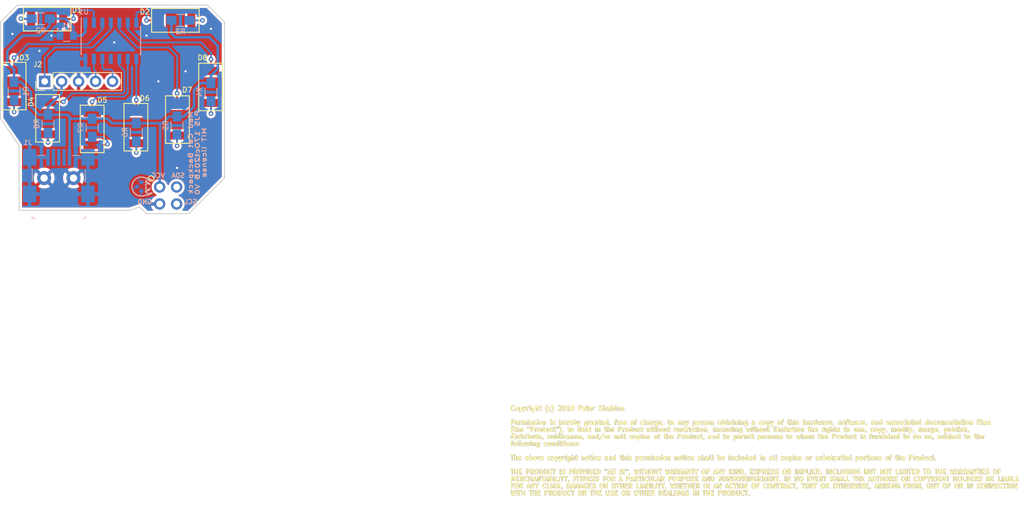
<source format=kicad_pcb>
(kicad_pcb (version 20171130) (host pcbnew "(5.0.0)")

  (general
    (thickness 1.6)
    (drawings 19)
    (tracks 188)
    (zones 0)
    (modules 22)
    (nets 22)
  )

  (page A4)
  (title_block
    (title "Mad Cat Backpack")
    (date 2018-10-17)
    (rev V0)
  )

  (layers
    (0 F.Cu signal)
    (31 B.Cu signal)
    (32 B.Adhes user)
    (33 F.Adhes user)
    (34 B.Paste user)
    (35 F.Paste user)
    (36 B.SilkS user)
    (37 F.SilkS user)
    (38 B.Mask user)
    (39 F.Mask user)
    (40 Dwgs.User user)
    (41 Cmts.User user)
    (42 Eco1.User user)
    (43 Eco2.User user)
    (44 Edge.Cuts user)
    (45 Margin user)
    (46 B.CrtYd user)
    (47 F.CrtYd user)
    (48 B.Fab user hide)
    (49 F.Fab user hide)
  )

  (setup
    (last_trace_width 0.254)
    (user_trace_width 0.1778)
    (user_trace_width 0.254)
    (user_trace_width 0.3048)
    (user_trace_width 0.381)
    (user_trace_width 0.508)
    (user_trace_width 0.635)
    (user_trace_width 0.762)
    (user_trace_width 1.016)
    (trace_clearance 0.254)
    (zone_clearance 0.3556)
    (zone_45_only yes)
    (trace_min 0.1778)
    (segment_width 0.2)
    (edge_width 0.15)
    (via_size 0.69)
    (via_drill 0.33)
    (via_min_size 0.6858)
    (via_min_drill 0.3302)
    (user_via 0.6858 0.3302)
    (user_via 0.8636 0.508)
    (user_via 1.1176 0.762)
    (user_via 1.3716 1.016)
    (uvia_size 0.508)
    (uvia_drill 0.127)
    (uvias_allowed no)
    (uvia_min_size 0.508)
    (uvia_min_drill 0.127)
    (pcb_text_width 0.3)
    (pcb_text_size 1.5 1.5)
    (mod_edge_width 0.15)
    (mod_text_size 0.762 0.762)
    (mod_text_width 0.127)
    (pad_size 1.7272 1.7272)
    (pad_drill 1.016)
    (pad_to_mask_clearance 0.2)
    (aux_axis_origin 139.065 111.125)
    (visible_elements 7FFDDF7F)
    (pcbplotparams
      (layerselection 0x010fc_80000001)
      (usegerberextensions true)
      (usegerberattributes false)
      (usegerberadvancedattributes false)
      (creategerberjobfile false)
      (excludeedgelayer true)
      (linewidth 0.100000)
      (plotframeref false)
      (viasonmask false)
      (mode 1)
      (useauxorigin false)
      (hpglpennumber 1)
      (hpglpenspeed 20)
      (hpglpendiameter 15.000000)
      (psnegative false)
      (psa4output false)
      (plotreference true)
      (plotvalue false)
      (plotinvisibletext false)
      (padsonsilk false)
      (subtractmaskfromsilk true)
      (outputformat 1)
      (mirror false)
      (drillshape 0)
      (scaleselection 1)
      (outputdirectory "Gerber/"))
  )

  (net 0 "")
  (net 1 "Net-(D1-Pad1)")
  (net 2 "Net-(D1-Pad2)")
  (net 3 "Net-(D2-Pad1)")
  (net 4 "Net-(D2-Pad2)")
  (net 5 "Net-(D3-Pad1)")
  (net 6 "Net-(D3-Pad2)")
  (net 7 "Net-(D4-Pad1)")
  (net 8 "Net-(D4-Pad2)")
  (net 9 "Net-(D5-Pad1)")
  (net 10 "Net-(D5-Pad2)")
  (net 11 "Net-(D6-Pad1)")
  (net 12 "Net-(D6-Pad2)")
  (net 13 "Net-(D7-Pad1)")
  (net 14 "Net-(D7-Pad2)")
  (net 15 "Net-(D8-Pad1)")
  (net 16 "Net-(D8-Pad2)")
  (net 17 GND)
  (net 18 +5V)
  (net 19 "Net-(J2-Pad5)")
  (net 20 "Net-(J2-Pad4)")
  (net 21 "Net-(J2-Pad1)")

  (net_class Default "This is the default net class."
    (clearance 0.254)
    (trace_width 0.254)
    (via_dia 0.69)
    (via_drill 0.33)
    (uvia_dia 0.508)
    (uvia_drill 0.127)
    (add_net +5V)
    (add_net GND)
    (add_net "Net-(D1-Pad1)")
    (add_net "Net-(D1-Pad2)")
    (add_net "Net-(D2-Pad1)")
    (add_net "Net-(D2-Pad2)")
    (add_net "Net-(D3-Pad1)")
    (add_net "Net-(D3-Pad2)")
    (add_net "Net-(D4-Pad1)")
    (add_net "Net-(D4-Pad2)")
    (add_net "Net-(D5-Pad1)")
    (add_net "Net-(D5-Pad2)")
    (add_net "Net-(D6-Pad1)")
    (add_net "Net-(D6-Pad2)")
    (add_net "Net-(D7-Pad1)")
    (add_net "Net-(D7-Pad2)")
    (add_net "Net-(D8-Pad1)")
    (add_net "Net-(D8-Pad2)")
    (add_net "Net-(J2-Pad1)")
    (add_net "Net-(J2-Pad4)")
    (add_net "Net-(J2-Pad5)")
  )

  (module customparts:LED_OSRAM_TOPLED_LxT776 (layer F.Cu) (tedit 5BC7E61B) (tstamp 5B260502)
    (at 153.3525 119.4435 90)
    (path /5B260F34)
    (fp_text reference D8 (at 4.3815 -1.2065) (layer F.SilkS)
      (effects (font (size 0.762 0.762) (thickness 0.127)))
    )
    (fp_text value LED (at 0 3.556 90) (layer F.Fab)
      (effects (font (size 1 1) (thickness 0.15)))
    )
    (fp_line (start -3.302 -1.778) (end 3.556 -1.778) (layer F.SilkS) (width 0.15))
    (fp_line (start 3.556 -1.778) (end 3.556 1.778) (layer F.SilkS) (width 0.15))
    (fp_line (start 3.556 1.778) (end -3.556 1.778) (layer F.SilkS) (width 0.15))
    (fp_line (start -3.556 1.778) (end -3.556 -1.778) (layer F.SilkS) (width 0.15))
    (fp_line (start -3.556 -1.778) (end -3.302 -1.778) (layer F.SilkS) (width 0.15))
    (fp_text user - (at 2.4765 2.667 90) (layer F.SilkS) hide
      (effects (font (size 1 1) (thickness 0.15)))
    )
    (fp_text user + (at -2.3495 2.667 90) (layer F.SilkS) hide
      (effects (font (size 1 1) (thickness 0.15)))
    )
    (pad 1 smd rect (at 2.4 0 90) (size 1.2 2.6) (layers F.Cu F.Paste F.Mask)
      (net 15 "Net-(D8-Pad1)"))
    (pad 2 smd rect (at -2.4 0 90) (size 1.2 2.6) (layers F.Cu F.Paste F.Mask)
      (net 16 "Net-(D8-Pad2)"))
  )

  (module customparts:LED_OSRAM_TOPLED_LxT776 (layer F.Cu) (tedit 5BC7E64D) (tstamp 5B2604D1)
    (at 128.905 109.2835)
    (path /5B260227)
    (fp_text reference D1 (at 4.445 -1.3335) (layer F.SilkS)
      (effects (font (size 0.762 0.762) (thickness 0.127)))
    )
    (fp_text value LED (at 0 3.556) (layer F.Fab)
      (effects (font (size 1 1) (thickness 0.15)))
    )
    (fp_line (start -3.302 -1.778) (end 3.556 -1.778) (layer F.SilkS) (width 0.15))
    (fp_line (start 3.556 -1.778) (end 3.556 1.778) (layer F.SilkS) (width 0.15))
    (fp_line (start 3.556 1.778) (end -3.556 1.778) (layer F.SilkS) (width 0.15))
    (fp_line (start -3.556 1.778) (end -3.556 -1.778) (layer F.SilkS) (width 0.15))
    (fp_line (start -3.556 -1.778) (end -3.302 -1.778) (layer F.SilkS) (width 0.15))
    (fp_text user - (at 2.413 -2.6035) (layer F.SilkS) hide
      (effects (font (size 1 1) (thickness 0.15)))
    )
    (fp_text user + (at -2.413 -2.6035) (layer F.SilkS) hide
      (effects (font (size 1 1) (thickness 0.15)))
    )
    (pad 1 smd rect (at 2.4 0) (size 1.2 2.6) (layers F.Cu F.Paste F.Mask)
      (net 1 "Net-(D1-Pad1)"))
    (pad 2 smd rect (at -2.4 0) (size 1.2 2.6) (layers F.Cu F.Paste F.Mask)
      (net 2 "Net-(D1-Pad2)"))
  )

  (module customparts:LED_OSRAM_TOPLED_LxT776 (layer F.Cu) (tedit 5BC7E631) (tstamp 5B2604D8)
    (at 148.082 109.474 180)
    (path /5B260CC5)
    (fp_text reference D2 (at 4.572 1.27 180) (layer F.SilkS)
      (effects (font (size 0.762 0.762) (thickness 0.127)))
    )
    (fp_text value LED (at 0 3.556 180) (layer F.Fab)
      (effects (font (size 1 1) (thickness 0.15)))
    )
    (fp_line (start -3.302 -1.778) (end 3.556 -1.778) (layer F.SilkS) (width 0.15))
    (fp_line (start 3.556 -1.778) (end 3.556 1.778) (layer F.SilkS) (width 0.15))
    (fp_line (start 3.556 1.778) (end -3.556 1.778) (layer F.SilkS) (width 0.15))
    (fp_line (start -3.556 1.778) (end -3.556 -1.778) (layer F.SilkS) (width 0.15))
    (fp_line (start -3.556 -1.778) (end -3.302 -1.778) (layer F.SilkS) (width 0.15))
    (fp_text user - (at 2.413 2.54 180) (layer F.SilkS) hide
      (effects (font (size 1 1) (thickness 0.15)))
    )
    (fp_text user + (at -2.413 2.54 180) (layer F.SilkS) hide
      (effects (font (size 1 1) (thickness 0.15)))
    )
    (pad 1 smd rect (at 2.4 0 180) (size 1.2 2.6) (layers F.Cu F.Paste F.Mask)
      (net 3 "Net-(D2-Pad1)"))
    (pad 2 smd rect (at -2.4 0 180) (size 1.2 2.6) (layers F.Cu F.Paste F.Mask)
      (net 4 "Net-(D2-Pad2)"))
  )

  (module customparts:LED_OSRAM_TOPLED_LxT776 (layer F.Cu) (tedit 5BC7E5B0) (tstamp 5B2604DF)
    (at 123.952 119.3165 90)
    (path /5B260D1D)
    (fp_text reference D3 (at 4.2545 1.524) (layer F.SilkS)
      (effects (font (size 0.762 0.762) (thickness 0.127)))
    )
    (fp_text value LED (at 0 3.556 90) (layer F.Fab)
      (effects (font (size 1 1) (thickness 0.15)))
    )
    (fp_line (start -3.302 -1.778) (end 3.556 -1.778) (layer F.SilkS) (width 0.15))
    (fp_line (start 3.556 -1.778) (end 3.556 1.778) (layer F.SilkS) (width 0.15))
    (fp_line (start 3.556 1.778) (end -3.556 1.778) (layer F.SilkS) (width 0.15))
    (fp_line (start -3.556 1.778) (end -3.556 -1.778) (layer F.SilkS) (width 0.15))
    (fp_line (start -3.556 -1.778) (end -3.302 -1.778) (layer F.SilkS) (width 0.15))
    (fp_text user - (at 2.4765 -2.921 90) (layer F.SilkS) hide
      (effects (font (size 1 1) (thickness 0.15)))
    )
    (fp_text user + (at -2.4765 -2.921 90) (layer F.SilkS) hide
      (effects (font (size 1 1) (thickness 0.15)))
    )
    (pad 1 smd rect (at 2.4 0 90) (size 1.2 2.6) (layers F.Cu F.Paste F.Mask)
      (net 5 "Net-(D3-Pad1)"))
    (pad 2 smd rect (at -2.4 0 90) (size 1.2 2.6) (layers F.Cu F.Paste F.Mask)
      (net 6 "Net-(D3-Pad2)"))
  )

  (module customparts:LED_OSRAM_TOPLED_LxT776 (layer F.Cu) (tedit 5BC7E5C2) (tstamp 5BC7E669)
    (at 128.9685 124.1425 90)
    (path /5B260D71)
    (fp_text reference D4 (at 2.4765 -2.4765 90) (layer F.SilkS)
      (effects (font (size 0.762 0.762) (thickness 0.127)))
    )
    (fp_text value LED (at 0 3.556 90) (layer F.Fab)
      (effects (font (size 1 1) (thickness 0.15)))
    )
    (fp_line (start -3.302 -1.778) (end 3.556 -1.778) (layer F.SilkS) (width 0.15))
    (fp_line (start 3.556 -1.778) (end 3.556 1.778) (layer F.SilkS) (width 0.15))
    (fp_line (start 3.556 1.778) (end -3.556 1.778) (layer F.SilkS) (width 0.15))
    (fp_line (start -3.556 1.778) (end -3.556 -1.778) (layer F.SilkS) (width 0.15))
    (fp_line (start -3.556 -1.778) (end -3.302 -1.778) (layer F.SilkS) (width 0.15))
    (fp_text user - (at 2.4765 -2.6035 90) (layer F.SilkS) hide
      (effects (font (size 1 1) (thickness 0.15)))
    )
    (fp_text user + (at -2.3495 -2.6035 90) (layer F.SilkS) hide
      (effects (font (size 1 1) (thickness 0.15)))
    )
    (pad 1 smd rect (at 2.4 0 90) (size 1.2 2.6) (layers F.Cu F.Paste F.Mask)
      (net 7 "Net-(D4-Pad1)"))
    (pad 2 smd rect (at -2.4 0 90) (size 1.2 2.6) (layers F.Cu F.Paste F.Mask)
      (net 8 "Net-(D4-Pad2)"))
  )

  (module customparts:LED_OSRAM_TOPLED_LxT776 (layer F.Cu) (tedit 5BC7E5DF) (tstamp 5B2604ED)
    (at 135.636 125.73 90)
    (path /5B260DC9)
    (fp_text reference D5 (at 4.318 1.524 180) (layer F.SilkS)
      (effects (font (size 0.762 0.762) (thickness 0.127)))
    )
    (fp_text value LED (at 0 3.556 90) (layer F.Fab)
      (effects (font (size 0.75 0.75) (thickness 0.15)))
    )
    (fp_line (start -3.302 -1.778) (end 3.556 -1.778) (layer F.SilkS) (width 0.15))
    (fp_line (start 3.556 -1.778) (end 3.556 1.778) (layer F.SilkS) (width 0.15))
    (fp_line (start 3.556 1.778) (end -3.556 1.778) (layer F.SilkS) (width 0.15))
    (fp_line (start -3.556 1.778) (end -3.556 -1.778) (layer F.SilkS) (width 0.15))
    (fp_line (start -3.556 -1.778) (end -3.302 -1.778) (layer F.SilkS) (width 0.15))
    (fp_text user - (at 2.413 -2.667 90) (layer F.SilkS) hide
      (effects (font (size 1 1) (thickness 0.15)))
    )
    (fp_text user + (at -2.413 -2.667 90) (layer F.SilkS) hide
      (effects (font (size 1 1) (thickness 0.15)))
    )
    (pad 1 smd rect (at 2.4 0 90) (size 1.2 2.6) (layers F.Cu F.Paste F.Mask)
      (net 9 "Net-(D5-Pad1)"))
    (pad 2 smd rect (at -2.4 0 90) (size 1.2 2.6) (layers F.Cu F.Paste F.Mask)
      (net 10 "Net-(D5-Pad2)"))
  )

  (module customparts:LED_OSRAM_TOPLED_LxT776 (layer F.Cu) (tedit 5BC7E5EF) (tstamp 5B2604F4)
    (at 142.1765 125.476 90)
    (path /5B260E25)
    (fp_text reference D6 (at 4.318 1.3335) (layer F.SilkS)
      (effects (font (size 0.762 0.762) (thickness 0.127)))
    )
    (fp_text value LED (at 0 3.556 90) (layer F.Fab)
      (effects (font (size 1 1) (thickness 0.15)))
    )
    (fp_line (start -3.302 -1.778) (end 3.556 -1.778) (layer F.SilkS) (width 0.15))
    (fp_line (start 3.556 -1.778) (end 3.556 1.778) (layer F.SilkS) (width 0.15))
    (fp_line (start 3.556 1.778) (end -3.556 1.778) (layer F.SilkS) (width 0.15))
    (fp_line (start -3.556 1.778) (end -3.556 -1.778) (layer F.SilkS) (width 0.15))
    (fp_line (start -3.556 -1.778) (end -3.302 -1.778) (layer F.SilkS) (width 0.15))
    (fp_text user - (at 2.413 -2.7305 90) (layer F.SilkS) hide
      (effects (font (size 1 1) (thickness 0.15)))
    )
    (fp_text user + (at -2.413 -2.7305 90) (layer F.SilkS) hide
      (effects (font (size 1 1) (thickness 0.15)))
    )
    (pad 1 smd rect (at 2.4 0 90) (size 1.2 2.6) (layers F.Cu F.Paste F.Mask)
      (net 11 "Net-(D6-Pad1)"))
    (pad 2 smd rect (at -2.4 0 90) (size 1.2 2.6) (layers F.Cu F.Paste F.Mask)
      (net 12 "Net-(D6-Pad2)"))
  )

  (module customparts:LED_OSRAM_TOPLED_LxT776 (layer F.Cu) (tedit 5BC7E605) (tstamp 5BC7E71E)
    (at 148.3995 124.333 90)
    (path /5B260E85)
    (fp_text reference D7 (at 4.445 1.4605) (layer F.SilkS)
      (effects (font (size 0.762 0.762) (thickness 0.127)))
    )
    (fp_text value LED (at 0 3.556 90) (layer F.Fab)
      (effects (font (size 1 1) (thickness 0.15)))
    )
    (fp_line (start -3.302 -1.778) (end 3.556 -1.778) (layer F.SilkS) (width 0.15))
    (fp_line (start 3.556 -1.778) (end 3.556 1.778) (layer F.SilkS) (width 0.15))
    (fp_line (start 3.556 1.778) (end -3.556 1.778) (layer F.SilkS) (width 0.15))
    (fp_line (start -3.556 1.778) (end -3.556 -1.778) (layer F.SilkS) (width 0.15))
    (fp_line (start -3.556 -1.778) (end -3.302 -1.778) (layer F.SilkS) (width 0.15))
    (fp_text user - (at 2.413 -2.7305 90) (layer F.SilkS) hide
      (effects (font (size 1 1) (thickness 0.15)))
    )
    (fp_text user + (at -2.413 -2.7305 90) (layer F.SilkS) hide
      (effects (font (size 1 1) (thickness 0.15)))
    )
    (pad 1 smd rect (at 2.4 0 90) (size 1.2 2.6) (layers F.Cu F.Paste F.Mask)
      (net 13 "Net-(D7-Pad1)"))
    (pad 2 smd rect (at -2.4 0 90) (size 1.2 2.6) (layers F.Cu F.Paste F.Mask)
      (net 14 "Net-(D7-Pad2)"))
  )

  (module Resistors_SMD:R_0805_HandSoldering (layer B.Cu) (tedit 5B261024) (tstamp 5BC741BE)
    (at 123.952 120.062 270)
    (descr "Resistor SMD 0805, hand soldering")
    (tags "resistor 0805")
    (path /5B2606B0)
    (attr smd)
    (fp_text reference R1 (at 0.08 -1.778 90) (layer B.SilkS)
      (effects (font (size 0.762 0.762) (thickness 0.127)) (justify mirror))
    )
    (fp_text value 200 (at 0 -1.75 270) (layer B.Fab)
      (effects (font (size 1 1) (thickness 0.15)) (justify mirror))
    )
    (fp_text user %R (at 0 0 270) (layer B.Fab)
      (effects (font (size 0.5 0.5) (thickness 0.075)) (justify mirror))
    )
    (fp_line (start -1 -0.62) (end -1 0.62) (layer B.Fab) (width 0.1))
    (fp_line (start 1 -0.62) (end -1 -0.62) (layer B.Fab) (width 0.1))
    (fp_line (start 1 0.62) (end 1 -0.62) (layer B.Fab) (width 0.1))
    (fp_line (start -1 0.62) (end 1 0.62) (layer B.Fab) (width 0.1))
    (fp_line (start 0.6 -0.88) (end -0.6 -0.88) (layer B.SilkS) (width 0.12))
    (fp_line (start -0.6 0.88) (end 0.6 0.88) (layer B.SilkS) (width 0.12))
    (fp_line (start -2.35 0.9) (end 2.35 0.9) (layer B.CrtYd) (width 0.05))
    (fp_line (start -2.35 0.9) (end -2.35 -0.9) (layer B.CrtYd) (width 0.05))
    (fp_line (start 2.35 -0.9) (end 2.35 0.9) (layer B.CrtYd) (width 0.05))
    (fp_line (start 2.35 -0.9) (end -2.35 -0.9) (layer B.CrtYd) (width 0.05))
    (pad 1 smd rect (at -1.35 0 270) (size 1.5 1.3) (layers B.Cu B.Paste B.Mask)
      (net 18 +5V))
    (pad 2 smd rect (at 1.35 0 270) (size 1.5 1.3) (layers B.Cu B.Paste B.Mask)
      (net 6 "Net-(D3-Pad2)"))
    (model ${KISYS3DMOD}/Resistors_SMD.3dshapes/R_0805.wrl
      (at (xyz 0 0 0))
      (scale (xyz 1 1 1))
      (rotate (xyz 0 0 0))
    )
  )

  (module badgelife:Badgelife-Shitty-2x2 (layer F.Cu) (tedit 5BC7E66D) (tstamp 5BC7E815)
    (at 147.0025 135.6995)
    (descr "Through hole angled pin header, 2x02, 2.54mm pitch, 6mm pin length, double rows")
    (tags "Through hole angled pin header THT 2x02 2.54mm double row")
    (path /5BC80446)
    (fp_text reference X1 (at 0 0) (layer F.Fab)
      (effects (font (size 0.762 0.762) (thickness 0.127)))
    )
    (fp_text value Badgelife_shitty_connector (at 0 4.2) (layer F.Fab)
      (effects (font (size 1 1) (thickness 0.15)))
    )
    (fp_text user SDA (at 1.5 -3) (layer B.SilkS)
      (effects (font (size 0.7 0.7) (thickness 0.15)) (justify mirror))
    )
    (fp_circle (center -2.54 -2.54) (end -2.14 -2.54) (layer F.SilkS) (width 0.15))
    (fp_text user SCL (at 3.3655 0.9525) (layer B.SilkS)
      (effects (font (size 0.7 0.7) (thickness 0.15)) (justify mirror))
    )
    (fp_text user GND (at -3.4925 0.9525) (layer B.SilkS)
      (effects (font (size 0.7 0.7) (thickness 0.15)) (justify mirror))
    )
    (fp_text user VCC (at -1.5 -3) (layer B.SilkS)
      (effects (font (size 0.7 0.7) (thickness 0.15)) (justify mirror))
    )
    (pad 4 thru_hole circle (at 1.27 -1.27) (size 1.7 1.7) (drill 1) (layers *.Cu *.Mask))
    (pad 3 thru_hole oval (at 1.27 1.27) (size 1.7 1.7) (drill 1) (layers *.Cu *.Mask))
    (pad 1 thru_hole oval (at -1.27 -1.27) (size 1.7 1.7) (drill 1) (layers *.Cu *.Mask)
      (net 18 +5V))
    (pad 2 thru_hole oval (at -1.27 1.27) (size 1.7 1.7) (drill 1) (layers *.Cu *.Mask)
      (net 17 GND))
    (model ${KISYS3DMOD}/Pin_Headers.3dshapes/Pin_Header_Angled_2x02_Pitch2.54mm.wrl
      (at (xyz 0 0 0))
      (scale (xyz 1 1 1))
      (rotate (xyz 0 0 0))
    )
  )

  (module digikey-footprints:USB_Mini_B_Female_UJ2-MBH-1-SMT-TR (layer B.Cu) (tedit 59D259DB) (tstamp 5BC74570)
    (at 130.642 137.836 180)
    (path /5BC82940)
    (fp_text reference J1 (at 4.658 10.074 180) (layer B.SilkS)
      (effects (font (size 0.762 0.762) (thickness 0.127)) (justify mirror))
    )
    (fp_text value USB_B_Mini (at 0.225 -2.65 180) (layer B.Fab)
      (effects (font (size 1 1) (thickness 0.15)) (justify mirror))
    )
    (fp_line (start -1.975 8.125) (end -3.2 8.125) (layer B.SilkS) (width 0.1))
    (fp_line (start 3.15 8.125) (end 2.075 8.125) (layer B.SilkS) (width 0.1))
    (fp_line (start -3.975 6.025) (end -3.975 4.15) (layer B.SilkS) (width 0.1))
    (fp_line (start 3.975 4.3) (end 3.975 6.175) (layer B.SilkS) (width 0.1))
    (fp_line (start 3.975 -1) (end 3.975 -0.925) (layer B.SilkS) (width 0.1))
    (fp_line (start 3.975 -1) (end 3.975 -1.325) (layer B.SilkS) (width 0.1))
    (fp_line (start 3.975 -1.325) (end 3.475 -1.325) (layer B.SilkS) (width 0.1))
    (fp_line (start -3.975 -1.025) (end -3.975 -0.95) (layer B.SilkS) (width 0.1))
    (fp_line (start -3.975 -1.025) (end -3.975 -1.325) (layer B.SilkS) (width 0.1))
    (fp_line (start -3.975 -1.325) (end -3.55 -1.325) (layer B.SilkS) (width 0.1))
    (fp_text user %R (at 0.025 1.35 180) (layer B.Fab)
      (effects (font (size 1 1) (thickness 0.15)) (justify mirror))
    )
    (fp_line (start -5.625 0) (end 5.625 0) (layer B.CrtYd) (width 0.05))
    (fp_line (start -5.625 9.35) (end -5.625 0) (layer B.CrtYd) (width 0.05))
    (fp_line (start 5.625 9.35) (end 5.625 0) (layer B.CrtYd) (width 0.05))
    (fp_line (start -5.625 9.35) (end 5.625 9.35) (layer B.CrtYd) (width 0.05))
    (fp_line (start 3.86 -1.2) (end -3.86 -1.2) (layer B.Fab) (width 0.1))
    (fp_line (start -3.86 8) (end 3.86 8) (layer B.Fab) (width 0.1))
    (fp_line (start 3.86 8) (end 3.86 -1.2) (layer B.Fab) (width 0.1))
    (fp_line (start -3.86 8) (end -3.86 -1.2) (layer B.Fab) (width 0.1))
    (pad 6 smd rect (at 4.36 2.37 180) (size 2 2.5) (layers B.Cu B.Paste B.Mask)
      (net 17 GND))
    (pad 6 smd rect (at -4.36 2.37 180) (size 2 2.5) (layers B.Cu B.Paste B.Mask)
      (net 17 GND))
    (pad 6 smd rect (at -4.36 7.85 180) (size 2 2.5) (layers B.Cu B.Paste B.Mask)
      (net 17 GND))
    (pad 6 smd rect (at 4.36 7.85 180) (size 2 2.5) (layers B.Cu B.Paste B.Mask)
      (net 17 GND))
    (pad 1 smd rect (at -1.6 7.85 180) (size 0.5 2.5) (layers B.Cu B.Paste B.Mask)
      (net 18 +5V))
    (pad 2 smd rect (at -0.8 7.85 180) (size 0.5 2.5) (layers B.Cu B.Paste B.Mask))
    (pad 3 smd rect (at 0 7.85 180) (size 0.5 2.5) (layers B.Cu B.Paste B.Mask))
    (pad 4 smd rect (at 0.8 7.85 180) (size 0.5 2.5) (layers B.Cu B.Paste B.Mask))
    (pad 5 smd rect (at 1.6 7.85 180) (size 0.5 2.5) (layers B.Cu B.Paste B.Mask)
      (net 17 GND))
    (pad 6 thru_hole circle (at -2.2 4.74 180) (size 2.1 2.1) (drill 1.1) (layers *.Cu *.Mask)
      (net 17 GND))
    (pad 6 thru_hole circle (at 2.2 4.74 180) (size 2.1 2.1) (drill 1.1) (layers *.Cu *.Mask)
      (net 17 GND))
  )

  (module Pin_Headers:Pin_Header_Straight_1x05_Pitch2.54mm (layer F.Cu) (tedit 59650532) (tstamp 5BC74E8C)
    (at 128.524 118.618 90)
    (descr "Through hole straight pin header, 1x05, 2.54mm pitch, single row")
    (tags "Through hole pin header THT 1x05 2.54mm single row")
    (path /5BC807D6)
    (fp_text reference J2 (at 2.54 -1.016 180) (layer F.SilkS)
      (effects (font (size 0.762 0.762) (thickness 0.127)))
    )
    (fp_text value PicKit (at 0 12.49 90) (layer F.Fab)
      (effects (font (size 1 1) (thickness 0.15)))
    )
    (fp_text user %R (at 0 5.08 180) (layer F.Fab)
      (effects (font (size 1 1) (thickness 0.15)))
    )
    (fp_line (start 1.8 -1.8) (end -1.8 -1.8) (layer F.CrtYd) (width 0.05))
    (fp_line (start 1.8 11.95) (end 1.8 -1.8) (layer F.CrtYd) (width 0.05))
    (fp_line (start -1.8 11.95) (end 1.8 11.95) (layer F.CrtYd) (width 0.05))
    (fp_line (start -1.8 -1.8) (end -1.8 11.95) (layer F.CrtYd) (width 0.05))
    (fp_line (start -1.33 -1.33) (end 0 -1.33) (layer F.SilkS) (width 0.12))
    (fp_line (start -1.33 0) (end -1.33 -1.33) (layer F.SilkS) (width 0.12))
    (fp_line (start -1.33 1.27) (end 1.33 1.27) (layer F.SilkS) (width 0.12))
    (fp_line (start 1.33 1.27) (end 1.33 11.49) (layer F.SilkS) (width 0.12))
    (fp_line (start -1.33 1.27) (end -1.33 11.49) (layer F.SilkS) (width 0.12))
    (fp_line (start -1.33 11.49) (end 1.33 11.49) (layer F.SilkS) (width 0.12))
    (fp_line (start -1.27 -0.635) (end -0.635 -1.27) (layer F.Fab) (width 0.1))
    (fp_line (start -1.27 11.43) (end -1.27 -0.635) (layer F.Fab) (width 0.1))
    (fp_line (start 1.27 11.43) (end -1.27 11.43) (layer F.Fab) (width 0.1))
    (fp_line (start 1.27 -1.27) (end 1.27 11.43) (layer F.Fab) (width 0.1))
    (fp_line (start -0.635 -1.27) (end 1.27 -1.27) (layer F.Fab) (width 0.1))
    (pad 5 thru_hole oval (at 0 10.16 90) (size 1.7 1.7) (drill 1) (layers *.Cu *.Mask)
      (net 19 "Net-(J2-Pad5)"))
    (pad 4 thru_hole oval (at 0 7.62 90) (size 1.7 1.7) (drill 1) (layers *.Cu *.Mask)
      (net 20 "Net-(J2-Pad4)"))
    (pad 3 thru_hole oval (at 0 5.08 90) (size 1.7 1.7) (drill 1) (layers *.Cu *.Mask)
      (net 17 GND))
    (pad 2 thru_hole oval (at 0 2.54 90) (size 1.7 1.7) (drill 1) (layers *.Cu *.Mask)
      (net 18 +5V))
    (pad 1 thru_hole rect (at 0 0 90) (size 1.7 1.7) (drill 1) (layers *.Cu *.Mask)
      (net 21 "Net-(J2-Pad1)"))
    (model ${KISYS3DMOD}/Pin_Headers.3dshapes/Pin_Header_Straight_1x05_Pitch2.54mm.wrl
      (at (xyz 0 0 0))
      (scale (xyz 1 1 1))
      (rotate (xyz 0 0 0))
    )
  )

  (module Resistors_SMD:R_0805_HandSoldering (layer B.Cu) (tedit 58E0A804) (tstamp 5BC7E85F)
    (at 127.936 109.22 180)
    (descr "Resistor SMD 0805, hand soldering")
    (tags "resistor 0805")
    (path /5BC7B819)
    (attr smd)
    (fp_text reference R2 (at 0 -1.778 180) (layer B.SilkS)
      (effects (font (size 0.762 0.762) (thickness 0.127)) (justify mirror))
    )
    (fp_text value 200 (at 0 -1.75 180) (layer B.Fab)
      (effects (font (size 1 1) (thickness 0.15)) (justify mirror))
    )
    (fp_line (start 2.35 -0.9) (end -2.35 -0.9) (layer B.CrtYd) (width 0.05))
    (fp_line (start 2.35 -0.9) (end 2.35 0.9) (layer B.CrtYd) (width 0.05))
    (fp_line (start -2.35 0.9) (end -2.35 -0.9) (layer B.CrtYd) (width 0.05))
    (fp_line (start -2.35 0.9) (end 2.35 0.9) (layer B.CrtYd) (width 0.05))
    (fp_line (start -0.6 0.88) (end 0.6 0.88) (layer B.SilkS) (width 0.12))
    (fp_line (start 0.6 -0.88) (end -0.6 -0.88) (layer B.SilkS) (width 0.12))
    (fp_line (start -1 0.62) (end 1 0.62) (layer B.Fab) (width 0.1))
    (fp_line (start 1 0.62) (end 1 -0.62) (layer B.Fab) (width 0.1))
    (fp_line (start 1 -0.62) (end -1 -0.62) (layer B.Fab) (width 0.1))
    (fp_line (start -1 -0.62) (end -1 0.62) (layer B.Fab) (width 0.1))
    (fp_text user %R (at 0 0 180) (layer B.Fab)
      (effects (font (size 0.5 0.5) (thickness 0.075)) (justify mirror))
    )
    (pad 2 smd rect (at 1.35 0 180) (size 1.5 1.3) (layers B.Cu B.Paste B.Mask)
      (net 2 "Net-(D1-Pad2)"))
    (pad 1 smd rect (at -1.35 0 180) (size 1.5 1.3) (layers B.Cu B.Paste B.Mask)
      (net 18 +5V))
    (model ${KISYS3DMOD}/Resistors_SMD.3dshapes/R_0805.wrl
      (at (xyz 0 0 0))
      (scale (xyz 1 1 1))
      (rotate (xyz 0 0 0))
    )
  )

  (module Resistors_SMD:R_0805_HandSoldering (layer B.Cu) (tedit 58E0A804) (tstamp 5BC745AB)
    (at 148.844 109.474)
    (descr "Resistor SMD 0805, hand soldering")
    (tags "resistor 0805")
    (path /5BC7B84F)
    (attr smd)
    (fp_text reference R3 (at 0 1.7) (layer B.SilkS)
      (effects (font (size 0.762 0.762) (thickness 0.127)) (justify mirror))
    )
    (fp_text value 200 (at 0 -1.75) (layer B.Fab)
      (effects (font (size 1 1) (thickness 0.15)) (justify mirror))
    )
    (fp_text user %R (at 0 0) (layer B.Fab)
      (effects (font (size 0.5 0.5) (thickness 0.075)) (justify mirror))
    )
    (fp_line (start -1 -0.62) (end -1 0.62) (layer B.Fab) (width 0.1))
    (fp_line (start 1 -0.62) (end -1 -0.62) (layer B.Fab) (width 0.1))
    (fp_line (start 1 0.62) (end 1 -0.62) (layer B.Fab) (width 0.1))
    (fp_line (start -1 0.62) (end 1 0.62) (layer B.Fab) (width 0.1))
    (fp_line (start 0.6 -0.88) (end -0.6 -0.88) (layer B.SilkS) (width 0.12))
    (fp_line (start -0.6 0.88) (end 0.6 0.88) (layer B.SilkS) (width 0.12))
    (fp_line (start -2.35 0.9) (end 2.35 0.9) (layer B.CrtYd) (width 0.05))
    (fp_line (start -2.35 0.9) (end -2.35 -0.9) (layer B.CrtYd) (width 0.05))
    (fp_line (start 2.35 -0.9) (end 2.35 0.9) (layer B.CrtYd) (width 0.05))
    (fp_line (start 2.35 -0.9) (end -2.35 -0.9) (layer B.CrtYd) (width 0.05))
    (pad 1 smd rect (at -1.35 0) (size 1.5 1.3) (layers B.Cu B.Paste B.Mask)
      (net 18 +5V))
    (pad 2 smd rect (at 1.35 0) (size 1.5 1.3) (layers B.Cu B.Paste B.Mask)
      (net 4 "Net-(D2-Pad2)"))
    (model ${KISYS3DMOD}/Resistors_SMD.3dshapes/R_0805.wrl
      (at (xyz 0 0 0))
      (scale (xyz 1 1 1))
      (rotate (xyz 0 0 0))
    )
  )

  (module Resistors_SMD:R_0805_HandSoldering (layer B.Cu) (tedit 58E0A804) (tstamp 5BC745BC)
    (at 153.416 120.222 270)
    (descr "Resistor SMD 0805, hand soldering")
    (tags "resistor 0805")
    (path /5BC7B887)
    (attr smd)
    (fp_text reference R4 (at 0 1.7 270) (layer B.SilkS)
      (effects (font (size 0.762 0.762) (thickness 0.127)) (justify mirror))
    )
    (fp_text value 200 (at 0 -1.75 270) (layer B.Fab)
      (effects (font (size 1 1) (thickness 0.15)) (justify mirror))
    )
    (fp_line (start 2.35 -0.9) (end -2.35 -0.9) (layer B.CrtYd) (width 0.05))
    (fp_line (start 2.35 -0.9) (end 2.35 0.9) (layer B.CrtYd) (width 0.05))
    (fp_line (start -2.35 0.9) (end -2.35 -0.9) (layer B.CrtYd) (width 0.05))
    (fp_line (start -2.35 0.9) (end 2.35 0.9) (layer B.CrtYd) (width 0.05))
    (fp_line (start -0.6 0.88) (end 0.6 0.88) (layer B.SilkS) (width 0.12))
    (fp_line (start 0.6 -0.88) (end -0.6 -0.88) (layer B.SilkS) (width 0.12))
    (fp_line (start -1 0.62) (end 1 0.62) (layer B.Fab) (width 0.1))
    (fp_line (start 1 0.62) (end 1 -0.62) (layer B.Fab) (width 0.1))
    (fp_line (start 1 -0.62) (end -1 -0.62) (layer B.Fab) (width 0.1))
    (fp_line (start -1 -0.62) (end -1 0.62) (layer B.Fab) (width 0.1))
    (fp_text user %R (at 0 0 270) (layer B.Fab)
      (effects (font (size 0.5 0.5) (thickness 0.075)) (justify mirror))
    )
    (pad 2 smd rect (at 1.35 0 270) (size 1.5 1.3) (layers B.Cu B.Paste B.Mask)
      (net 16 "Net-(D8-Pad2)"))
    (pad 1 smd rect (at -1.35 0 270) (size 1.5 1.3) (layers B.Cu B.Paste B.Mask)
      (net 18 +5V))
    (model ${KISYS3DMOD}/Resistors_SMD.3dshapes/R_0805.wrl
      (at (xyz 0 0 0))
      (scale (xyz 1 1 1))
      (rotate (xyz 0 0 0))
    )
  )

  (module Resistors_SMD:R_0805_HandSoldering (layer B.Cu) (tedit 58E0A804) (tstamp 5BC745CD)
    (at 148.336 125.222 270)
    (descr "Resistor SMD 0805, hand soldering")
    (tags "resistor 0805")
    (path /5BC7B8BD)
    (attr smd)
    (fp_text reference R5 (at 0 1.7 270) (layer B.SilkS)
      (effects (font (size 0.762 0.762) (thickness 0.127)) (justify mirror))
    )
    (fp_text value 200 (at 0 -1.75 270) (layer B.Fab)
      (effects (font (size 1 1) (thickness 0.15)) (justify mirror))
    )
    (fp_text user %R (at 0 0 270) (layer B.Fab)
      (effects (font (size 0.5 0.5) (thickness 0.075)) (justify mirror))
    )
    (fp_line (start -1 -0.62) (end -1 0.62) (layer B.Fab) (width 0.1))
    (fp_line (start 1 -0.62) (end -1 -0.62) (layer B.Fab) (width 0.1))
    (fp_line (start 1 0.62) (end 1 -0.62) (layer B.Fab) (width 0.1))
    (fp_line (start -1 0.62) (end 1 0.62) (layer B.Fab) (width 0.1))
    (fp_line (start 0.6 -0.88) (end -0.6 -0.88) (layer B.SilkS) (width 0.12))
    (fp_line (start -0.6 0.88) (end 0.6 0.88) (layer B.SilkS) (width 0.12))
    (fp_line (start -2.35 0.9) (end 2.35 0.9) (layer B.CrtYd) (width 0.05))
    (fp_line (start -2.35 0.9) (end -2.35 -0.9) (layer B.CrtYd) (width 0.05))
    (fp_line (start 2.35 -0.9) (end 2.35 0.9) (layer B.CrtYd) (width 0.05))
    (fp_line (start 2.35 -0.9) (end -2.35 -0.9) (layer B.CrtYd) (width 0.05))
    (pad 1 smd rect (at -1.35 0 270) (size 1.5 1.3) (layers B.Cu B.Paste B.Mask)
      (net 18 +5V))
    (pad 2 smd rect (at 1.35 0 270) (size 1.5 1.3) (layers B.Cu B.Paste B.Mask)
      (net 14 "Net-(D7-Pad2)"))
    (model ${KISYS3DMOD}/Resistors_SMD.3dshapes/R_0805.wrl
      (at (xyz 0 0 0))
      (scale (xyz 1 1 1))
      (rotate (xyz 0 0 0))
    )
  )

  (module Resistors_SMD:R_0805_HandSoldering (layer B.Cu) (tedit 58E0A804) (tstamp 5BC745DE)
    (at 142.24 126.238 270)
    (descr "Resistor SMD 0805, hand soldering")
    (tags "resistor 0805")
    (path /5BC7B8F9)
    (attr smd)
    (fp_text reference R6 (at 0 1.7 270) (layer B.SilkS)
      (effects (font (size 0.762 0.762) (thickness 0.127)) (justify mirror))
    )
    (fp_text value 200 (at 0 -1.75 270) (layer B.Fab)
      (effects (font (size 1 1) (thickness 0.15)) (justify mirror))
    )
    (fp_line (start 2.35 -0.9) (end -2.35 -0.9) (layer B.CrtYd) (width 0.05))
    (fp_line (start 2.35 -0.9) (end 2.35 0.9) (layer B.CrtYd) (width 0.05))
    (fp_line (start -2.35 0.9) (end -2.35 -0.9) (layer B.CrtYd) (width 0.05))
    (fp_line (start -2.35 0.9) (end 2.35 0.9) (layer B.CrtYd) (width 0.05))
    (fp_line (start -0.6 0.88) (end 0.6 0.88) (layer B.SilkS) (width 0.12))
    (fp_line (start 0.6 -0.88) (end -0.6 -0.88) (layer B.SilkS) (width 0.12))
    (fp_line (start -1 0.62) (end 1 0.62) (layer B.Fab) (width 0.1))
    (fp_line (start 1 0.62) (end 1 -0.62) (layer B.Fab) (width 0.1))
    (fp_line (start 1 -0.62) (end -1 -0.62) (layer B.Fab) (width 0.1))
    (fp_line (start -1 -0.62) (end -1 0.62) (layer B.Fab) (width 0.1))
    (fp_text user %R (at 0 0 270) (layer B.Fab)
      (effects (font (size 0.5 0.5) (thickness 0.075)) (justify mirror))
    )
    (pad 2 smd rect (at 1.35 0 270) (size 1.5 1.3) (layers B.Cu B.Paste B.Mask)
      (net 12 "Net-(D6-Pad2)"))
    (pad 1 smd rect (at -1.35 0 270) (size 1.5 1.3) (layers B.Cu B.Paste B.Mask)
      (net 18 +5V))
    (model ${KISYS3DMOD}/Resistors_SMD.3dshapes/R_0805.wrl
      (at (xyz 0 0 0))
      (scale (xyz 1 1 1))
      (rotate (xyz 0 0 0))
    )
  )

  (module Resistors_SMD:R_0805_HandSoldering (layer B.Cu) (tedit 58E0A804) (tstamp 5BC745EF)
    (at 135.636 125.556 270)
    (descr "Resistor SMD 0805, hand soldering")
    (tags "resistor 0805")
    (path /5BC7B931)
    (attr smd)
    (fp_text reference R7 (at 0 1.7 270) (layer B.SilkS)
      (effects (font (size 0.762 0.762) (thickness 0.127)) (justify mirror))
    )
    (fp_text value 200 (at 0 -1.75 270) (layer B.Fab)
      (effects (font (size 1 1) (thickness 0.15)) (justify mirror))
    )
    (fp_text user %R (at 0 0 270) (layer B.Fab)
      (effects (font (size 0.5 0.5) (thickness 0.075)) (justify mirror))
    )
    (fp_line (start -1 -0.62) (end -1 0.62) (layer B.Fab) (width 0.1))
    (fp_line (start 1 -0.62) (end -1 -0.62) (layer B.Fab) (width 0.1))
    (fp_line (start 1 0.62) (end 1 -0.62) (layer B.Fab) (width 0.1))
    (fp_line (start -1 0.62) (end 1 0.62) (layer B.Fab) (width 0.1))
    (fp_line (start 0.6 -0.88) (end -0.6 -0.88) (layer B.SilkS) (width 0.12))
    (fp_line (start -0.6 0.88) (end 0.6 0.88) (layer B.SilkS) (width 0.12))
    (fp_line (start -2.35 0.9) (end 2.35 0.9) (layer B.CrtYd) (width 0.05))
    (fp_line (start -2.35 0.9) (end -2.35 -0.9) (layer B.CrtYd) (width 0.05))
    (fp_line (start 2.35 -0.9) (end 2.35 0.9) (layer B.CrtYd) (width 0.05))
    (fp_line (start 2.35 -0.9) (end -2.35 -0.9) (layer B.CrtYd) (width 0.05))
    (pad 1 smd rect (at -1.35 0 270) (size 1.5 1.3) (layers B.Cu B.Paste B.Mask)
      (net 18 +5V))
    (pad 2 smd rect (at 1.35 0 270) (size 1.5 1.3) (layers B.Cu B.Paste B.Mask)
      (net 10 "Net-(D5-Pad2)"))
    (model ${KISYS3DMOD}/Resistors_SMD.3dshapes/R_0805.wrl
      (at (xyz 0 0 0))
      (scale (xyz 1 1 1))
      (rotate (xyz 0 0 0))
    )
  )

  (module Resistors_SMD:R_0805_HandSoldering (layer B.Cu) (tedit 58E0A804) (tstamp 5BC74A0D)
    (at 129.032 124.968 270)
    (descr "Resistor SMD 0805, hand soldering")
    (tags "resistor 0805")
    (path /5BC7B96F)
    (attr smd)
    (fp_text reference R8 (at 0 1.7 270) (layer B.SilkS)
      (effects (font (size 0.762 0.762) (thickness 0.127)) (justify mirror))
    )
    (fp_text value 200 (at 0 -1.75 270) (layer B.Fab)
      (effects (font (size 1 1) (thickness 0.15)) (justify mirror))
    )
    (fp_line (start 2.35 -0.9) (end -2.35 -0.9) (layer B.CrtYd) (width 0.05))
    (fp_line (start 2.35 -0.9) (end 2.35 0.9) (layer B.CrtYd) (width 0.05))
    (fp_line (start -2.35 0.9) (end -2.35 -0.9) (layer B.CrtYd) (width 0.05))
    (fp_line (start -2.35 0.9) (end 2.35 0.9) (layer B.CrtYd) (width 0.05))
    (fp_line (start -0.6 0.88) (end 0.6 0.88) (layer B.SilkS) (width 0.12))
    (fp_line (start 0.6 -0.88) (end -0.6 -0.88) (layer B.SilkS) (width 0.12))
    (fp_line (start -1 0.62) (end 1 0.62) (layer B.Fab) (width 0.1))
    (fp_line (start 1 0.62) (end 1 -0.62) (layer B.Fab) (width 0.1))
    (fp_line (start 1 -0.62) (end -1 -0.62) (layer B.Fab) (width 0.1))
    (fp_line (start -1 -0.62) (end -1 0.62) (layer B.Fab) (width 0.1))
    (fp_text user %R (at 0 0 270) (layer B.Fab)
      (effects (font (size 0.5 0.5) (thickness 0.075)) (justify mirror))
    )
    (pad 2 smd rect (at 1.35 0 270) (size 1.5 1.3) (layers B.Cu B.Paste B.Mask)
      (net 8 "Net-(D4-Pad2)"))
    (pad 1 smd rect (at -1.35 0 270) (size 1.5 1.3) (layers B.Cu B.Paste B.Mask)
      (net 18 +5V))
    (model ${KISYS3DMOD}/Resistors_SMD.3dshapes/R_0805.wrl
      (at (xyz 0 0 0))
      (scale (xyz 1 1 1))
      (rotate (xyz 0 0 0))
    )
  )

  (module Housings_SOIC:SOIC-14_3.9x8.7mm_Pitch1.27mm (layer B.Cu) (tedit 58CC8F64) (tstamp 5BC74623)
    (at 138.43 112.522 270)
    (descr "14-Lead Plastic Small Outline (SL) - Narrow, 3.90 mm Body [SOIC] (see Microchip Packaging Specification 00000049BS.pdf)")
    (tags "SOIC 1.27")
    (path /5BC69FBA)
    (attr smd)
    (fp_text reference U1 (at -4.318 4.064) (layer B.SilkS)
      (effects (font (size 0.762 0.762) (thickness 0.127)) (justify mirror))
    )
    (fp_text value PIC16F1503 (at 0 -5.375 270) (layer B.Fab)
      (effects (font (size 1 1) (thickness 0.15)) (justify mirror))
    )
    (fp_line (start -2.075 4.425) (end -3.45 4.425) (layer B.SilkS) (width 0.15))
    (fp_line (start -2.075 -4.45) (end 2.075 -4.45) (layer B.SilkS) (width 0.15))
    (fp_line (start -2.075 4.45) (end 2.075 4.45) (layer B.SilkS) (width 0.15))
    (fp_line (start -2.075 -4.45) (end -2.075 -4.335) (layer B.SilkS) (width 0.15))
    (fp_line (start 2.075 -4.45) (end 2.075 -4.335) (layer B.SilkS) (width 0.15))
    (fp_line (start 2.075 4.45) (end 2.075 4.335) (layer B.SilkS) (width 0.15))
    (fp_line (start -2.075 4.45) (end -2.075 4.425) (layer B.SilkS) (width 0.15))
    (fp_line (start -3.7 -4.65) (end 3.7 -4.65) (layer B.CrtYd) (width 0.05))
    (fp_line (start -3.7 4.65) (end 3.7 4.65) (layer B.CrtYd) (width 0.05))
    (fp_line (start 3.7 4.65) (end 3.7 -4.65) (layer B.CrtYd) (width 0.05))
    (fp_line (start -3.7 4.65) (end -3.7 -4.65) (layer B.CrtYd) (width 0.05))
    (fp_line (start -1.95 3.35) (end -0.95 4.35) (layer B.Fab) (width 0.15))
    (fp_line (start -1.95 -4.35) (end -1.95 3.35) (layer B.Fab) (width 0.15))
    (fp_line (start 1.95 -4.35) (end -1.95 -4.35) (layer B.Fab) (width 0.15))
    (fp_line (start 1.95 4.35) (end 1.95 -4.35) (layer B.Fab) (width 0.15))
    (fp_line (start -0.95 4.35) (end 1.95 4.35) (layer B.Fab) (width 0.15))
    (fp_text user %R (at 0 0 270) (layer B.Fab)
      (effects (font (size 0.9 0.9) (thickness 0.135)) (justify mirror))
    )
    (pad 14 smd rect (at 2.7 3.81 270) (size 1.5 0.6) (layers B.Cu B.Paste B.Mask)
      (net 17 GND))
    (pad 13 smd rect (at 2.7 2.54 270) (size 1.5 0.6) (layers B.Cu B.Paste B.Mask)
      (net 20 "Net-(J2-Pad4)"))
    (pad 12 smd rect (at 2.7 1.27 270) (size 1.5 0.6) (layers B.Cu B.Paste B.Mask)
      (net 19 "Net-(J2-Pad5)"))
    (pad 11 smd rect (at 2.7 0 270) (size 1.5 0.6) (layers B.Cu B.Paste B.Mask))
    (pad 10 smd rect (at 2.7 -1.27 270) (size 1.5 0.6) (layers B.Cu B.Paste B.Mask)
      (net 7 "Net-(D4-Pad1)"))
    (pad 9 smd rect (at 2.7 -2.54 270) (size 1.5 0.6) (layers B.Cu B.Paste B.Mask)
      (net 9 "Net-(D5-Pad1)"))
    (pad 8 smd rect (at 2.7 -3.81 270) (size 1.5 0.6) (layers B.Cu B.Paste B.Mask)
      (net 11 "Net-(D6-Pad1)"))
    (pad 7 smd rect (at -2.7 -3.81 270) (size 1.5 0.6) (layers B.Cu B.Paste B.Mask)
      (net 3 "Net-(D2-Pad1)"))
    (pad 6 smd rect (at -2.7 -2.54 270) (size 1.5 0.6) (layers B.Cu B.Paste B.Mask)
      (net 15 "Net-(D8-Pad1)"))
    (pad 5 smd rect (at -2.7 -1.27 270) (size 1.5 0.6) (layers B.Cu B.Paste B.Mask)
      (net 13 "Net-(D7-Pad1)"))
    (pad 4 smd rect (at -2.7 0 270) (size 1.5 0.6) (layers B.Cu B.Paste B.Mask)
      (net 21 "Net-(J2-Pad1)"))
    (pad 3 smd rect (at -2.7 1.27 270) (size 1.5 0.6) (layers B.Cu B.Paste B.Mask)
      (net 5 "Net-(D3-Pad1)"))
    (pad 2 smd rect (at -2.7 2.54 270) (size 1.5 0.6) (layers B.Cu B.Paste B.Mask)
      (net 1 "Net-(D1-Pad1)"))
    (pad 1 smd rect (at -2.7 3.81 270) (size 1.5 0.6) (layers B.Cu B.Paste B.Mask)
      (net 18 +5V))
    (model ${KISYS3DMOD}/Housings_SOIC.3dshapes/SOIC-14_3.9x8.7mm_Pitch1.27mm.wrl
      (at (xyz 0 0 0))
      (scale (xyz 1 1 1))
      (rotate (xyz 0 0 0))
    )
  )

  (module Capacitors_SMD:C_0805 (layer B.Cu) (tedit 58AA8463) (tstamp 5BC73F6B)
    (at 131.826 111.76 180)
    (descr "Capacitor SMD 0805, reflow soldering, AVX (see smccp.pdf)")
    (tags "capacitor 0805")
    (path /5BC86B49)
    (attr smd)
    (fp_text reference C1 (at 0 1.5 180) (layer B.SilkS)
      (effects (font (size 0.762 0.762) (thickness 0.127)) (justify mirror))
    )
    (fp_text value 10uF (at 0 -1.75 180) (layer B.Fab)
      (effects (font (size 1 1) (thickness 0.15)) (justify mirror))
    )
    (fp_line (start 1.75 -0.87) (end -1.75 -0.87) (layer B.CrtYd) (width 0.05))
    (fp_line (start 1.75 -0.87) (end 1.75 0.88) (layer B.CrtYd) (width 0.05))
    (fp_line (start -1.75 0.88) (end -1.75 -0.87) (layer B.CrtYd) (width 0.05))
    (fp_line (start -1.75 0.88) (end 1.75 0.88) (layer B.CrtYd) (width 0.05))
    (fp_line (start -0.5 -0.85) (end 0.5 -0.85) (layer B.SilkS) (width 0.12))
    (fp_line (start 0.5 0.85) (end -0.5 0.85) (layer B.SilkS) (width 0.12))
    (fp_line (start -1 0.62) (end 1 0.62) (layer B.Fab) (width 0.1))
    (fp_line (start 1 0.62) (end 1 -0.62) (layer B.Fab) (width 0.1))
    (fp_line (start 1 -0.62) (end -1 -0.62) (layer B.Fab) (width 0.1))
    (fp_line (start -1 -0.62) (end -1 0.62) (layer B.Fab) (width 0.1))
    (fp_text user %R (at 0 1.5 180) (layer B.Fab)
      (effects (font (size 1 1) (thickness 0.15)) (justify mirror))
    )
    (pad 2 smd rect (at 1 0 180) (size 1 1.25) (layers B.Cu B.Paste B.Mask)
      (net 17 GND))
    (pad 1 smd rect (at -1 0 180) (size 1 1.25) (layers B.Cu B.Paste B.Mask)
      (net 18 +5V))
    (model Capacitors_SMD.3dshapes/C_0805.wrl
      (at (xyz 0 0 0))
      (scale (xyz 1 1 1))
      (rotate (xyz 0 0 0))
    )
  )

  (module PJS-icons:metroid (layer B.Cu) (tedit 5A0106A6) (tstamp 5BC83927)
    (at 143.002 134.366 270)
    (path /5BC807A0)
    (fp_text reference icon1 (at 0 -2.54 270) (layer B.Fab) hide
      (effects (font (size 0.762 0.762) (thickness 0.127)) (justify mirror))
    )
    (fp_text value Metroid (at 0 2.54 270) (layer B.SilkS) hide
      (effects (font (size 1.5 1.5) (thickness 0.15)) (justify mirror))
    )
    (fp_arc (start 1.260669 -0.027866) (end 1.1176 0.0762) (angle -82.9) (layer B.Cu) (width 0.1778))
    (fp_arc (start 0.839684 0.269991) (end 1.1176 0.0762) (angle -92.3) (layer B.Cu) (width 0.1778))
    (fp_arc (start 0 0) (end -1.27 -0.635) (angle -233.1) (layer B.Cu) (width 0.1778))
    (fp_arc (start 0.038519 -0.727991) (end -1.27 -0.635) (angle 45) (layer B.Cu) (width 0.1778))
    (fp_arc (start -0.47625 -1.11125) (end -0.79375 -0.635) (angle 90) (layer B.Cu) (width 0.1778))
    (fp_line (start -0.9525 -1.5875) (end -0.9525 -1.42875) (layer B.Cu) (width 0.1778))
    (fp_line (start -0.79375 -0.635) (end -0.635 -0.635) (layer B.Cu) (width 0.1778))
    (fp_arc (start -0.15748 -0.79375) (end -0.635 -0.635) (angle 90) (layer B.Cu) (width 0.1778))
    (fp_arc (start 0 -0.9525) (end -0.3175 -0.635) (angle 90) (layer B.Cu) (width 0.1778))
    (fp_arc (start 0 0.317497) (end 0.3175 -0.635) (angle -36.9) (layer B.Cu) (width 0.1778))
    (fp_arc (start 0 -0.9525) (end 0.3175 -0.635) (angle -90) (layer B.Cu) (width 0.1778))
    (fp_arc (start 0.15748 -0.79375) (end 0.635 -0.635) (angle -90) (layer B.Cu) (width 0.1778))
    (fp_line (start 0.79375 -0.635) (end 0.635 -0.635) (layer B.Cu) (width 0.1778))
    (fp_line (start 0.9525 -1.5875) (end 0.9525 -1.42875) (layer B.Cu) (width 0.1778))
    (fp_arc (start 0.47625 -1.11125) (end 0.79375 -0.635) (angle -90) (layer B.Cu) (width 0.1778))
    (fp_arc (start -0.038519 -0.727991) (end 1.27 -0.635) (angle -45) (layer B.Cu) (width 0.1778))
    (fp_arc (start -0.038519 -0.727991) (end 1.27 -0.635) (angle -45) (layer B.SilkS) (width 0.1778))
    (fp_arc (start 0.47625 -1.11125) (end 0.79375 -0.635) (angle -90) (layer B.SilkS) (width 0.1778))
    (fp_line (start 0.9525 -1.5875) (end 0.9525 -1.42875) (layer B.SilkS) (width 0.1778))
    (fp_line (start 0.79375 -0.635) (end 0.635 -0.635) (layer B.SilkS) (width 0.1778))
    (fp_arc (start 0.15748 -0.79375) (end 0.635 -0.635) (angle -90) (layer B.SilkS) (width 0.1778))
    (fp_arc (start 0 -0.9525) (end 0.3175 -0.635) (angle -90) (layer B.SilkS) (width 0.1778))
    (fp_arc (start 0 0.317497) (end 0.3175 -0.635) (angle -36.9) (layer B.SilkS) (width 0.1778))
    (fp_arc (start 0 -0.9525) (end -0.3175 -0.635) (angle 90) (layer B.SilkS) (width 0.1778))
    (fp_arc (start -0.15748 -0.79375) (end -0.635 -0.635) (angle 90) (layer B.SilkS) (width 0.1778))
    (fp_line (start -0.79375 -0.635) (end -0.635 -0.635) (layer B.SilkS) (width 0.1778))
    (fp_line (start -0.9525 -1.5875) (end -0.9525 -1.42875) (layer B.SilkS) (width 0.1778))
    (fp_arc (start -0.47625 -1.11125) (end -0.79375 -0.635) (angle 90) (layer B.SilkS) (width 0.1778))
    (fp_arc (start 0.038519 -0.727991) (end -1.27 -0.635) (angle 45) (layer B.SilkS) (width 0.1778))
    (fp_arc (start 0.254 1.3208) (end 0.508 1.3208) (angle -90) (layer B.Cu) (width 0.1778))
    (fp_arc (start 0.2286 0.8382) (end 0 0.8636) (angle -90) (layer B.Cu) (width 0.1778))
    (fp_arc (start -1.1684 -0.0254) (end -1.27 0.4064) (angle -90) (layer B.Cu) (width 0.1778))
    (fp_arc (start 0 0) (end -1.27 -0.635) (angle -233.1) (layer B.SilkS) (width 0.1778))
    (pad "" smd circle (at -0.635 0 270) (size 0.635 0.635) (layers B.Cu B.Paste B.Mask))
    (pad "" smd circle (at 0.635 0 270) (size 0.635 0.635) (layers B.Cu B.Paste B.Mask))
    (pad "" smd circle (at 0 0.635 270) (size 0.635 0.635) (layers B.Cu B.Paste B.Mask))
  )

  (gr_text "Copyright (c) 2018 Peter Shabino\n\nPermission is hereby granted, free of charge, to any person obtaining a copy of this hardware, software, and associated documentation files \n(the \"Product\"), to deal in the Product without restriction, including without limitation the rights to use, copy, modify, merge, publish, \ndistribute, sublicense, and/or sell copies of the Product, and to permit persons to whom the Product is furnished to do so, subject to the \nfollowing conditions:\n\nThe above copyright notice and this permission notice shall be included in all copies or substantial portions of the Product.\n\nTHE PRODUCT IS PROVIDED \"AS IS\", WITHOUT WARRANTY OF ANY KIND, EXPRESS OR IMPLIED, INCLUDING BUT NOT LIMITED TO THE WARRANTIES OF \nMERCHANTABILITY, FITNESS FOR A PARTICULAR PURPOSE AND NONINFRINGEMENT. IN NO EVENT SHALL THE AUTHORS OR COPYRIGHT HOLDERS BE LIABLE \nFOR ANY CLAIM, DAMAGES OR OTHER LIABILITY, WHETHER IN AN ACTION OF CONTRACT, TORT OR OTHERWISE, ARISING FROM, OUT OF OR IN CONNECTION \nWITH THE PRODUCT OR THE USE OR OTHER DEALINGS IN THE PRODUCT.\n\n\n\n" (at 198.12 175.514) (layer F.SilkS) (tstamp 5BC83BC2)
    (effects (font (size 0.658 0.658) (thickness 0.1645)) (justify left))
  )
  (gr_text "Copyright (c) 2018 Peter Shabino\n\nPermission is hereby granted, free of charge, to any person obtaining a copy of this hardware, software, and associated documentation files \n(the \"Product\"), to deal in the Product without restriction, including without limitation the rights to use, copy, modify, merge, publish, \ndistribute, sublicense, and/or sell copies of the Product, and to permit persons to whom the Product is furnished to do so, subject to the \nfollowing conditions:\n\nThe above copyright notice and this permission notice shall be included in all copies or substantial portions of the Product.\n\nTHE PRODUCT IS PROVIDED \"AS IS\", WITHOUT WARRANTY OF ANY KIND, EXPRESS OR IMPLIED, INCLUDING BUT NOT LIMITED TO THE WARRANTIES OF \nMERCHANTABILITY, FITNESS FOR A PARTICULAR PURPOSE AND NONINFRINGEMENT. IN NO EVENT SHALL THE AUTHORS OR COPYRIGHT HOLDERS BE LIABLE \nFOR ANY CLAIM, DAMAGES OR OTHER LIABILITY, WHETHER IN AN ACTION OF CONTRACT, TORT OR OTHERWISE, ARISING FROM, OUT OF OR IN CONNECTION \nWITH THE PRODUCT OR THE USE OR OTHER DEALINGS IN THE PRODUCT.\n\n\n\n" (at 198.12 175.514) (layer F.Cu) (tstamp 5BC83BBE)
    (effects (font (size 0.658 0.658) (thickness 0.1645)) (justify left))
  )
  (gr_text "Copyright (c) 2018 Peter Shabino\n\nPermission is hereby granted, free of charge, to any person obtaining a copy of this hardware, software, and associated documentation files \n(the \"Product\"), to deal in the Product without restriction, including without limitation the rights to use, copy, modify, merge, publish, \ndistribute, sublicense, and/or sell copies of the Product, and to permit persons to whom the Product is furnished to do so, subject to the \nfollowing conditions:\n\nThe above copyright notice and this permission notice shall be included in all copies or substantial portions of the Product.\n\nTHE PRODUCT IS PROVIDED \"AS IS\", WITHOUT WARRANTY OF ANY KIND, EXPRESS OR IMPLIED, INCLUDING BUT NOT LIMITED TO THE WARRANTIES OF \nMERCHANTABILITY, FITNESS FOR A PARTICULAR PURPOSE AND NONINFRINGEMENT. IN NO EVENT SHALL THE AUTHORS OR COPYRIGHT HOLDERS BE LIABLE \nFOR ANY CLAIM, DAMAGES OR OTHER LIABILITY, WHETHER IN AN ACTION OF CONTRACT, TORT OR OTHERWISE, ARISING FROM, OUT OF OR IN CONNECTION \nWITH THE PRODUCT OR THE USE OR OTHER DEALINGS IN THE PRODUCT.\n\n\n\n" (at 198.12 175.514) (layer B.Cu)
    (effects (font (size 0.658 0.658) (thickness 0.1645)) (justify left))
  )
  (gr_text "Mad Cat Backpack\nPJS 17Oct2018 V0\nMIT license" (at 151.384 129.286 90) (layer B.SilkS)
    (effects (font (size 0.635 0.889) (thickness 0.15875)) (justify mirror))
  )
  (gr_line (start 151.384 137.16) (end 150.114 138.43) (layer Edge.Cuts) (width 0.15))
  (gr_line (start 155.448 133.096) (end 151.384 137.16) (layer Edge.Cuts) (width 0.15))
  (gr_line (start 155.448 128.016) (end 155.448 133.096) (layer Edge.Cuts) (width 0.15))
  (gr_line (start 155.448 109.728) (end 155.448 128.016) (layer Edge.Cuts) (width 0.15))
  (gr_line (start 152.908 107.188) (end 155.448 109.728) (layer Edge.Cuts) (width 0.15))
  (gr_line (start 124.46 107.188) (end 152.908 107.188) (layer Edge.Cuts) (width 0.15))
  (gr_line (start 121.92 109.728) (end 124.46 107.188) (layer Edge.Cuts) (width 0.15))
  (gr_line (start 141.224 137.922) (end 142.748 137.414) (layer Edge.Cuts) (width 0.15))
  (gr_line (start 124.714 132.334) (end 124.714 137.922) (layer Edge.Cuts) (width 0.15))
  (gr_line (start 124.714 128.27) (end 124.714 132.334) (layer Edge.Cuts) (width 0.15))
  (gr_line (start 121.92 124.206) (end 124.714 128.27) (layer Edge.Cuts) (width 0.15))
  (gr_line (start 121.92 109.728) (end 121.92 124.206) (layer Edge.Cuts) (width 0.15))
  (gr_line (start 143.764 138.43) (end 150.114 138.43) (layer Edge.Cuts) (width 0.15))
  (gr_line (start 142.748 137.414) (end 143.764 138.43) (layer Edge.Cuts) (width 0.15))
  (gr_line (start 124.714 137.922) (end 141.224 137.922) (layer Edge.Cuts) (width 0.15))

  (via (at 132.842 109.22) (size 0.69) (drill 0.33) (layers F.Cu B.Cu) (net 1))
  (segment (start 131.305 109.2835) (end 132.7785 109.2835) (width 0.254) (layer F.Cu) (net 1))
  (segment (start 132.7785 109.2835) (end 132.842 109.22) (width 0.254) (layer F.Cu) (net 1))
  (segment (start 132.842 109.22) (end 132.842 108.204) (width 0.254) (layer B.Cu) (net 1))
  (segment (start 132.842 108.204) (end 133.096 107.95) (width 0.254) (layer B.Cu) (net 1))
  (segment (start 133.096 107.95) (end 135.636 107.95) (width 0.254) (layer B.Cu) (net 1))
  (segment (start 135.89 108.204) (end 135.89 109.822) (width 0.254) (layer B.Cu) (net 1))
  (segment (start 135.636 107.95) (end 135.89 108.204) (width 0.254) (layer B.Cu) (net 1))
  (via (at 124.968 109.22) (size 0.69) (drill 0.33) (layers F.Cu B.Cu) (net 2))
  (segment (start 126.505 109.2835) (end 125.0315 109.2835) (width 0.254) (layer F.Cu) (net 2))
  (segment (start 125.0315 109.2835) (end 124.968 109.22) (width 0.254) (layer F.Cu) (net 2))
  (segment (start 124.968 109.22) (end 126.586 109.22) (width 0.254) (layer B.Cu) (net 2))
  (segment (start 142.24 109.822) (end 142.24 109.372) (width 0.254) (layer B.Cu) (net 3))
  (segment (start 142.24 109.372) (end 142.24 108.458) (width 0.254) (layer B.Cu) (net 3))
  (segment (start 142.24 108.458) (end 142.494 108.204) (width 0.254) (layer B.Cu) (net 3))
  (segment (start 142.494 108.204) (end 143.51 108.204) (width 0.254) (layer B.Cu) (net 3))
  (via (at 143.764 109.474) (size 0.69) (drill 0.33) (layers F.Cu B.Cu) (net 3))
  (segment (start 143.51 108.204) (end 143.764 108.458) (width 0.254) (layer B.Cu) (net 3))
  (segment (start 143.764 108.458) (end 143.764 109.474) (width 0.254) (layer B.Cu) (net 3))
  (segment (start 143.764 109.474) (end 145.682 109.474) (width 0.254) (layer F.Cu) (net 3))
  (via (at 152.146 109.474) (size 0.69) (drill 0.33) (layers F.Cu B.Cu) (net 4))
  (segment (start 150.194 109.474) (end 152.146 109.474) (width 0.254) (layer B.Cu) (net 4))
  (segment (start 152.146 109.474) (end 150.482 109.474) (width 0.254) (layer F.Cu) (net 4))
  (segment (start 137.16 110.826) (end 134.956 113.03) (width 0.254) (layer B.Cu) (net 5))
  (segment (start 137.16 109.822) (end 137.16 110.826) (width 0.254) (layer B.Cu) (net 5))
  (via (at 123.952 115.062) (size 0.69) (drill 0.33) (layers F.Cu B.Cu) (net 5))
  (segment (start 134.956 113.03) (end 125.984 113.03) (width 0.254) (layer B.Cu) (net 5))
  (segment (start 125.984 113.03) (end 123.952 115.062) (width 0.254) (layer B.Cu) (net 5))
  (segment (start 123.952 115.062) (end 123.952 116.9165) (width 0.254) (layer F.Cu) (net 5))
  (via (at 123.952 123.19) (size 0.69) (drill 0.33) (layers F.Cu B.Cu) (net 6))
  (segment (start 123.952 121.412) (end 123.952 123.19) (width 0.254) (layer B.Cu) (net 6))
  (segment (start 123.952 123.19) (end 123.952 121.7165) (width 0.254) (layer F.Cu) (net 6))
  (segment (start 139.7 116.226) (end 140.462 116.988) (width 0.254) (layer B.Cu) (net 7))
  (segment (start 139.7 115.222) (end 139.7 116.226) (width 0.254) (layer B.Cu) (net 7))
  (segment (start 140.462 116.988) (end 140.462 120.142) (width 0.254) (layer B.Cu) (net 7))
  (segment (start 140.462 120.142) (end 140.208 120.396) (width 0.254) (layer B.Cu) (net 7))
  (via (at 131.318 121.666) (size 0.69) (drill 0.33) (layers F.Cu B.Cu) (net 7))
  (segment (start 140.208 120.396) (end 132.588 120.396) (width 0.254) (layer B.Cu) (net 7))
  (segment (start 132.588 120.396) (end 131.318 121.666) (width 0.254) (layer B.Cu) (net 7))
  (segment (start 129.045 121.666) (end 128.9685 121.7425) (width 0.254) (layer F.Cu) (net 7))
  (segment (start 131.318 121.666) (end 129.045 121.666) (width 0.254) (layer F.Cu) (net 7))
  (via (at 129.032 127.762) (size 0.69) (drill 0.33) (layers F.Cu B.Cu) (net 8))
  (segment (start 128.9685 126.5425) (end 128.9685 127.6985) (width 0.254) (layer F.Cu) (net 8))
  (segment (start 128.9685 127.6985) (end 129.032 127.762) (width 0.254) (layer F.Cu) (net 8))
  (segment (start 129.032 127.762) (end 129.032 126.318) (width 0.254) (layer B.Cu) (net 8))
  (segment (start 140.97 120.352434) (end 140.418424 120.90401) (width 0.254) (layer B.Cu) (net 9))
  (segment (start 140.97 115.222) (end 140.97 120.352434) (width 0.254) (layer B.Cu) (net 9))
  (via (at 135.636 121.666) (size 0.69) (drill 0.33) (layers F.Cu B.Cu) (net 9))
  (segment (start 140.418424 120.90401) (end 136.39799 120.90401) (width 0.254) (layer B.Cu) (net 9))
  (segment (start 136.39799 120.90401) (end 135.636 121.666) (width 0.254) (layer B.Cu) (net 9))
  (segment (start 135.636 121.666) (end 135.636 123.33) (width 0.254) (layer F.Cu) (net 9))
  (via (at 137.922 128.016) (size 0.69) (drill 0.33) (layers F.Cu B.Cu) (net 10))
  (segment (start 135.636 128.13) (end 137.808 128.13) (width 0.254) (layer F.Cu) (net 10))
  (segment (start 137.808 128.13) (end 137.922 128.016) (width 0.254) (layer F.Cu) (net 10))
  (segment (start 136.54 126.906) (end 135.636 126.906) (width 0.254) (layer B.Cu) (net 10))
  (segment (start 137.299903 126.906) (end 136.54 126.906) (width 0.254) (layer B.Cu) (net 10))
  (segment (start 137.922 127.528097) (end 137.299903 126.906) (width 0.254) (layer B.Cu) (net 10))
  (segment (start 137.922 128.016) (end 137.922 127.528097) (width 0.254) (layer B.Cu) (net 10))
  (segment (start 142.24 115.222) (end 142.24 116.226) (width 0.254) (layer B.Cu) (net 11))
  (via (at 142.24 121.412) (size 0.69) (drill 0.33) (layers F.Cu B.Cu) (net 11))
  (segment (start 142.24 116.226) (end 142.24 121.412) (width 0.254) (layer B.Cu) (net 11))
  (segment (start 142.24 123.0125) (end 142.1765 123.076) (width 0.254) (layer F.Cu) (net 11))
  (segment (start 142.24 121.412) (end 142.24 123.0125) (width 0.254) (layer F.Cu) (net 11))
  (via (at 142.24 129.286) (size 0.69) (drill 0.33) (layers F.Cu B.Cu) (net 12))
  (segment (start 142.24 127.588) (end 142.24 129.286) (width 0.254) (layer B.Cu) (net 12))
  (segment (start 142.24 127.9395) (end 142.1765 127.876) (width 0.254) (layer F.Cu) (net 12))
  (segment (start 142.24 129.286) (end 142.24 127.9395) (width 0.254) (layer F.Cu) (net 12))
  (segment (start 139.7 110.826) (end 142.412 113.538) (width 0.254) (layer B.Cu) (net 13))
  (segment (start 139.7 109.822) (end 139.7 110.826) (width 0.254) (layer B.Cu) (net 13))
  (segment (start 142.412 113.538) (end 147.066 113.538) (width 0.254) (layer B.Cu) (net 13))
  (via (at 148.336 120.396) (size 0.69) (drill 0.33) (layers F.Cu B.Cu) (net 13))
  (segment (start 147.066 113.538) (end 148.336 114.808) (width 0.254) (layer B.Cu) (net 13))
  (segment (start 148.336 114.808) (end 148.336 120.396) (width 0.254) (layer B.Cu) (net 13))
  (segment (start 148.336 121.8695) (end 148.3995 121.933) (width 0.254) (layer F.Cu) (net 13))
  (segment (start 148.336 120.396) (end 148.336 121.8695) (width 0.254) (layer F.Cu) (net 13))
  (via (at 148.336 128.27) (size 0.69) (drill 0.33) (layers F.Cu B.Cu) (net 14))
  (segment (start 148.336 126.572) (end 148.336 128.27) (width 0.254) (layer B.Cu) (net 14))
  (segment (start 148.336 126.7965) (end 148.3995 126.733) (width 0.254) (layer F.Cu) (net 14))
  (segment (start 148.336 128.27) (end 148.336 126.7965) (width 0.254) (layer F.Cu) (net 14))
  (segment (start 140.97 110.826) (end 142.92 112.776) (width 0.254) (layer B.Cu) (net 15))
  (segment (start 140.97 109.822) (end 140.97 110.826) (width 0.254) (layer B.Cu) (net 15))
  (segment (start 142.92 112.776) (end 151.892 112.776) (width 0.254) (layer B.Cu) (net 15))
  (via (at 153.416 115.316) (size 0.69) (drill 0.33) (layers F.Cu B.Cu) (net 15))
  (segment (start 151.892 112.776) (end 153.416 114.3) (width 0.254) (layer B.Cu) (net 15))
  (segment (start 153.416 114.3) (end 153.416 115.316) (width 0.254) (layer B.Cu) (net 15))
  (segment (start 153.416 116.98) (end 153.3525 117.0435) (width 0.254) (layer F.Cu) (net 15))
  (segment (start 153.416 115.316) (end 153.416 116.98) (width 0.254) (layer F.Cu) (net 15))
  (via (at 153.416 123.444) (size 0.69) (drill 0.33) (layers F.Cu B.Cu) (net 16))
  (segment (start 153.416 121.572) (end 153.416 123.444) (width 0.254) (layer B.Cu) (net 16))
  (segment (start 153.416 121.907) (end 153.3525 121.8435) (width 0.254) (layer F.Cu) (net 16))
  (segment (start 153.416 123.444) (end 153.416 121.907) (width 0.254) (layer F.Cu) (net 16))
  (via (at 129.54 111.76) (size 0.69) (drill 0.33) (layers F.Cu B.Cu) (net 17))
  (segment (start 130.826 111.76) (end 129.54 111.76) (width 0.381) (layer B.Cu) (net 17))
  (segment (start 133.604 117.348) (end 133.604 118.618) (width 0.381) (layer B.Cu) (net 17))
  (segment (start 134.62 115.222) (end 134.62 116.332) (width 0.381) (layer B.Cu) (net 17))
  (segment (start 134.62 116.332) (end 133.604 117.348) (width 0.381) (layer B.Cu) (net 17))
  (segment (start 145.7325 136.9695) (end 143.8275 136.9695) (width 0.1778) (layer F.Cu) (net 17))
  (segment (start 143.8275 136.9695) (end 143.002 136.144) (width 0.1778) (layer F.Cu) (net 17) (tstamp 5BC7E7E2))
  (segment (start 143.002 136.144) (end 143.002 132.08) (width 0.1778) (layer F.Cu) (net 17))
  (segment (start 143.002 132.08) (end 143.51 131.572) (width 0.1778) (layer F.Cu) (net 17))
  (via (at 148.336 131.572) (size 0.69) (drill 0.33) (layers F.Cu B.Cu) (net 17))
  (segment (start 143.51 131.572) (end 148.336 131.572) (width 0.1778) (layer F.Cu) (net 17))
  (segment (start 148.336 131.572) (end 146.812 131.572) (width 0.1778) (layer F.Cu) (net 17))
  (segment (start 146.812 131.572) (end 145.542 130.302) (width 0.1778) (layer F.Cu) (net 17))
  (via (at 145.542 118.618) (size 0.69) (drill 0.33) (layers F.Cu B.Cu) (net 17))
  (segment (start 145.542 130.302) (end 145.542 118.618) (width 0.1778) (layer F.Cu) (net 17))
  (via (at 149.606 117.094) (size 0.69) (drill 0.33) (layers F.Cu B.Cu) (net 17))
  (segment (start 145.542 118.618) (end 148.082 118.618) (width 0.1778) (layer F.Cu) (net 17))
  (segment (start 148.082 118.618) (end 149.606 117.094) (width 0.1778) (layer F.Cu) (net 17))
  (segment (start 133.604 118.618) (end 133.604 116.586) (width 0.1778) (layer F.Cu) (net 17))
  (via (at 127.762 114.046) (size 0.69) (drill 0.33) (layers F.Cu B.Cu) (net 17))
  (segment (start 133.604 116.586) (end 130.302 116.586) (width 0.1778) (layer F.Cu) (net 17))
  (segment (start 130.302 116.586) (end 127.762 114.046) (width 0.1778) (layer F.Cu) (net 17))
  (via (at 123.698 111.506) (size 0.69) (drill 0.33) (layers F.Cu B.Cu) (net 17))
  (segment (start 127.762 114.046) (end 126.238 114.046) (width 0.1778) (layer F.Cu) (net 17))
  (segment (start 126.238 114.046) (end 123.698 111.506) (width 0.1778) (layer F.Cu) (net 17))
  (segment (start 133.604 116.586) (end 136.652 113.538) (width 0.1778) (layer F.Cu) (net 17))
  (via (at 138.938 112.776) (size 0.69) (drill 0.33) (layers F.Cu B.Cu) (net 17))
  (segment (start 136.652 113.538) (end 138.176 113.538) (width 0.1778) (layer F.Cu) (net 17))
  (segment (start 138.176 113.538) (end 138.938 112.776) (width 0.1778) (layer F.Cu) (net 17))
  (via (at 143.764 111.76) (size 0.69) (drill 0.33) (layers F.Cu B.Cu) (net 17))
  (segment (start 138.938 112.776) (end 142.748 112.776) (width 0.1778) (layer F.Cu) (net 17))
  (segment (start 142.748 112.776) (end 143.764 111.76) (width 0.1778) (layer F.Cu) (net 17))
  (via (at 153.416 110.744) (size 0.69) (drill 0.33) (layers F.Cu B.Cu) (net 17))
  (segment (start 143.764 111.76) (end 152.4 111.76) (width 0.1778) (layer F.Cu) (net 17))
  (segment (start 152.4 111.76) (end 153.416 110.744) (width 0.1778) (layer F.Cu) (net 17))
  (segment (start 134.62 109.822) (end 134.62 111.252) (width 0.381) (layer B.Cu) (net 18))
  (segment (start 134.112 111.76) (end 132.826 111.76) (width 0.381) (layer B.Cu) (net 18))
  (segment (start 134.62 111.252) (end 134.112 111.76) (width 0.381) (layer B.Cu) (net 18))
  (segment (start 132.826 110.474) (end 132.826 111.76) (width 0.381) (layer B.Cu) (net 18))
  (segment (start 129.286 109.22) (end 131.572 109.22) (width 0.381) (layer B.Cu) (net 18))
  (segment (start 131.572 109.22) (end 132.826 110.474) (width 0.381) (layer B.Cu) (net 18))
  (segment (start 123.952 116.84) (end 123.952 118.712) (width 0.381) (layer B.Cu) (net 18))
  (segment (start 129.286 110.251) (end 127.777 111.76) (width 0.381) (layer B.Cu) (net 18))
  (segment (start 129.286 109.22) (end 129.286 110.251) (width 0.381) (layer B.Cu) (net 18))
  (segment (start 127.777 111.76) (end 125.222 111.76) (width 0.381) (layer B.Cu) (net 18))
  (segment (start 125.222 111.76) (end 122.936 114.046) (width 0.381) (layer B.Cu) (net 18))
  (segment (start 122.936 114.046) (end 122.936 115.824) (width 0.381) (layer B.Cu) (net 18))
  (segment (start 122.936 115.824) (end 123.952 116.84) (width 0.381) (layer B.Cu) (net 18))
  (segment (start 124.983 118.712) (end 126.492 120.221) (width 0.381) (layer B.Cu) (net 18))
  (segment (start 123.952 118.712) (end 124.983 118.712) (width 0.381) (layer B.Cu) (net 18))
  (segment (start 126.492 120.221) (end 126.492 122.428) (width 0.381) (layer B.Cu) (net 18))
  (segment (start 127.682 123.618) (end 129.032 123.618) (width 0.381) (layer B.Cu) (net 18))
  (segment (start 126.492 122.428) (end 127.682 123.618) (width 0.381) (layer B.Cu) (net 18))
  (segment (start 129.032 123.618) (end 132 123.618) (width 0.381) (layer B.Cu) (net 18))
  (segment (start 132 123.618) (end 132.242 123.86) (width 0.381) (layer B.Cu) (net 18))
  (segment (start 134.605 124.206) (end 132.242 124.206) (width 0.381) (layer B.Cu) (net 18))
  (segment (start 135.636 124.206) (end 134.605 124.206) (width 0.381) (layer B.Cu) (net 18))
  (segment (start 132.242 123.86) (end 132.242 124.206) (width 0.381) (layer B.Cu) (net 18))
  (segment (start 132.242 124.206) (end 132.242 129.986) (width 0.381) (layer B.Cu) (net 18))
  (segment (start 131.064 118.618) (end 131.064 120.396) (width 0.381) (layer B.Cu) (net 18))
  (segment (start 129.032 122.428) (end 129.032 123.618) (width 0.381) (layer B.Cu) (net 18))
  (segment (start 131.064 120.396) (end 129.032 122.428) (width 0.381) (layer B.Cu) (net 18))
  (segment (start 135.636 124.206) (end 137.922 124.206) (width 0.381) (layer B.Cu) (net 18))
  (segment (start 138.604 124.888) (end 142.24 124.888) (width 0.381) (layer B.Cu) (net 18))
  (segment (start 137.922 124.206) (end 138.604 124.888) (width 0.381) (layer B.Cu) (net 18))
  (segment (start 147.146 123.872) (end 148.336 123.872) (width 0.381) (layer B.Cu) (net 18))
  (segment (start 146.13 124.888) (end 147.146 123.872) (width 0.381) (layer B.Cu) (net 18))
  (segment (start 145.796 133.163919) (end 145.796 124.888) (width 0.381) (layer B.Cu) (net 18))
  (segment (start 145.7325 133.227419) (end 145.796 133.163919) (width 0.381) (layer B.Cu) (net 18))
  (segment (start 145.7325 134.4295) (end 145.7325 133.227419) (width 0.381) (layer B.Cu) (net 18))
  (segment (start 142.24 124.888) (end 145.796 124.888) (width 0.381) (layer B.Cu) (net 18))
  (segment (start 145.796 124.888) (end 146.13 124.888) (width 0.381) (layer B.Cu) (net 18))
  (segment (start 149.367 123.872) (end 150.876 122.363) (width 0.381) (layer B.Cu) (net 18))
  (segment (start 148.336 123.872) (end 149.367 123.872) (width 0.381) (layer B.Cu) (net 18))
  (segment (start 150.876 122.363) (end 150.876 119.888) (width 0.381) (layer B.Cu) (net 18))
  (segment (start 151.892 118.872) (end 153.416 118.872) (width 0.381) (layer B.Cu) (net 18))
  (segment (start 150.876 119.888) (end 151.892 118.872) (width 0.381) (layer B.Cu) (net 18))
  (segment (start 153.416 117.741) (end 154.432 116.725) (width 0.381) (layer B.Cu) (net 18))
  (segment (start 153.416 118.872) (end 153.416 117.741) (width 0.381) (layer B.Cu) (net 18))
  (segment (start 154.432 116.725) (end 154.432 113.284) (width 0.381) (layer B.Cu) (net 18))
  (segment (start 154.432 113.284) (end 153.162 112.014) (width 0.381) (layer B.Cu) (net 18))
  (segment (start 153.162 112.014) (end 148.082 112.014) (width 0.381) (layer B.Cu) (net 18))
  (segment (start 147.494 111.426) (end 147.494 109.474) (width 0.381) (layer B.Cu) (net 18))
  (segment (start 148.082 112.014) (end 147.494 111.426) (width 0.381) (layer B.Cu) (net 18))
  (segment (start 138.684 117.094) (end 138.684 118.618) (width 0.254) (layer B.Cu) (net 19))
  (segment (start 138.43 116.84) (end 138.684 117.094) (width 0.254) (layer B.Cu) (net 19))
  (segment (start 137.414 116.84) (end 138.43 116.84) (width 0.254) (layer B.Cu) (net 19))
  (segment (start 137.16 115.222) (end 137.16 116.586) (width 0.254) (layer B.Cu) (net 19))
  (segment (start 137.16 116.586) (end 137.414 116.84) (width 0.254) (layer B.Cu) (net 19))
  (segment (start 135.89 115.222) (end 135.89 116.84) (width 0.254) (layer B.Cu) (net 20))
  (segment (start 136.144 117.094) (end 136.144 118.618) (width 0.254) (layer B.Cu) (net 20))
  (segment (start 135.89 116.84) (end 136.144 117.094) (width 0.254) (layer B.Cu) (net 20))
  (segment (start 138.43 110.826) (end 135.718 113.538) (width 0.254) (layer B.Cu) (net 21))
  (segment (start 138.43 109.822) (end 138.43 110.826) (width 0.254) (layer B.Cu) (net 21))
  (segment (start 135.718 113.538) (end 130.048 113.538) (width 0.254) (layer B.Cu) (net 21))
  (segment (start 128.524 115.062) (end 128.524 118.618) (width 0.254) (layer B.Cu) (net 21))
  (segment (start 130.048 113.538) (end 128.524 115.062) (width 0.254) (layer B.Cu) (net 21))

  (zone (net 17) (net_name GND) (layer B.Cu) (tstamp 0) (hatch edge 0.508)
    (connect_pads (clearance 0.3556))
    (min_thickness 0.254)
    (fill yes (arc_segments 16) (thermal_gap 0.508) (thermal_bridge_width 0.508))
    (polygon
      (pts
        (xy 121.92 106.426) (xy 156.21 106.426) (xy 156.21 138.43) (xy 121.92 138.43)
      )
    )
    (filled_polygon
      (pts
        (xy 154.890401 127.961077) (xy 154.8904 127.961082) (xy 154.890401 132.865033) (xy 151.028553 136.726882) (xy 151.02855 136.726884)
        (xy 149.883035 137.8724) (xy 149.271906 137.8724) (xy 149.527782 137.489455) (xy 149.631207 136.9695) (xy 149.527782 136.449545)
        (xy 149.233251 136.008749) (xy 148.792455 135.714218) (xy 148.698356 135.695501) (xy 149.027357 135.559224) (xy 149.402224 135.184357)
        (xy 149.6051 134.694571) (xy 149.6051 134.164429) (xy 149.402224 133.674643) (xy 149.027357 133.299776) (xy 148.537571 133.0969)
        (xy 148.007429 133.0969) (xy 147.517643 133.299776) (xy 147.142776 133.674643) (xy 147.006499 134.003644) (xy 146.987782 133.909545)
        (xy 146.693251 133.468749) (xy 146.453515 133.308562) (xy 146.4691 133.23021) (xy 146.4691 133.230205) (xy 146.482285 133.163919)
        (xy 146.4691 133.097633) (xy 146.4691 125.822) (xy 147.193946 125.822) (xy 147.193946 127.322) (xy 147.231401 127.510301)
        (xy 147.338065 127.669935) (xy 147.497699 127.776599) (xy 147.633404 127.803592) (xy 147.5084 128.10538) (xy 147.5084 128.43462)
        (xy 147.634394 128.738798) (xy 147.867202 128.971606) (xy 148.17138 129.0976) (xy 148.50062 129.0976) (xy 148.804798 128.971606)
        (xy 149.037606 128.738798) (xy 149.1636 128.43462) (xy 149.1636 128.10538) (xy 149.038596 127.803592) (xy 149.174301 127.776599)
        (xy 149.333935 127.669935) (xy 149.440599 127.510301) (xy 149.478054 127.322) (xy 149.478054 125.822) (xy 149.440599 125.633699)
        (xy 149.333935 125.474065) (xy 149.174301 125.367401) (xy 148.986 125.329946) (xy 147.686 125.329946) (xy 147.497699 125.367401)
        (xy 147.338065 125.474065) (xy 147.231401 125.633699) (xy 147.193946 125.822) (xy 146.4691 125.822) (xy 146.4691 125.47095)
        (xy 146.615277 125.373277) (xy 146.652829 125.317078) (xy 147.219489 124.750417) (xy 147.231401 124.810301) (xy 147.338065 124.969935)
        (xy 147.497699 125.076599) (xy 147.686 125.114054) (xy 148.986 125.114054) (xy 149.174301 125.076599) (xy 149.333935 124.969935)
        (xy 149.440599 124.810301) (xy 149.478054 124.622) (xy 149.478054 124.536196) (xy 149.62963 124.506046) (xy 149.852277 124.357277)
        (xy 149.889829 124.301077) (xy 151.305082 122.885825) (xy 151.361276 122.848277) (xy 151.398824 122.792083) (xy 151.398828 122.792079)
        (xy 151.510045 122.625631) (xy 151.510046 122.62563) (xy 151.5491 122.429291) (xy 151.5491 122.429287) (xy 151.562285 122.363001)
        (xy 151.5491 122.296715) (xy 151.5491 120.822) (xy 152.273946 120.822) (xy 152.273946 122.322) (xy 152.311401 122.510301)
        (xy 152.418065 122.669935) (xy 152.577699 122.776599) (xy 152.766 122.814054) (xy 152.806401 122.814054) (xy 152.806401 122.883195)
        (xy 152.714394 122.975202) (xy 152.5884 123.27938) (xy 152.5884 123.60862) (xy 152.714394 123.912798) (xy 152.947202 124.145606)
        (xy 153.25138 124.2716) (xy 153.58062 124.2716) (xy 153.884798 124.145606) (xy 154.117606 123.912798) (xy 154.2436 123.60862)
        (xy 154.2436 123.27938) (xy 154.117606 122.975202) (xy 154.0256 122.883196) (xy 154.0256 122.814054) (xy 154.066 122.814054)
        (xy 154.254301 122.776599) (xy 154.413935 122.669935) (xy 154.520599 122.510301) (xy 154.558054 122.322) (xy 154.558054 120.822)
        (xy 154.520599 120.633699) (xy 154.413935 120.474065) (xy 154.254301 120.367401) (xy 154.066 120.329946) (xy 152.766 120.329946)
        (xy 152.577699 120.367401) (xy 152.418065 120.474065) (xy 152.311401 120.633699) (xy 152.273946 120.822) (xy 151.5491 120.822)
        (xy 151.5491 120.166806) (xy 152.170807 119.5451) (xy 152.273946 119.5451) (xy 152.273946 119.622) (xy 152.311401 119.810301)
        (xy 152.418065 119.969935) (xy 152.577699 120.076599) (xy 152.766 120.114054) (xy 154.066 120.114054) (xy 154.254301 120.076599)
        (xy 154.413935 119.969935) (xy 154.520599 119.810301) (xy 154.558054 119.622) (xy 154.558054 118.122) (xy 154.520599 117.933699)
        (xy 154.413935 117.774065) (xy 154.366522 117.742385) (xy 154.861082 117.247825) (xy 154.8904 117.228235)
      )
    )
    (filled_polygon
      (pts
        (xy 122.50692 116.346827) (xy 123.2789 117.118807) (xy 123.2789 117.474541) (xy 123.113699 117.507401) (xy 122.954065 117.614065)
        (xy 122.847401 117.773699) (xy 122.809946 117.962) (xy 122.809946 119.462) (xy 122.847401 119.650301) (xy 122.954065 119.809935)
        (xy 123.113699 119.916599) (xy 123.302 119.954054) (xy 124.602 119.954054) (xy 124.790301 119.916599) (xy 124.949935 119.809935)
        (xy 125.02167 119.702576) (xy 125.8189 120.499807) (xy 125.818901 122.361709) (xy 125.805715 122.428) (xy 125.857955 122.69063)
        (xy 125.969172 122.857078) (xy 125.969174 122.85708) (xy 126.006724 122.913277) (xy 126.06292 122.950827) (xy 127.159173 124.04708)
        (xy 127.196723 124.103277) (xy 127.25292 124.140827) (xy 127.252921 124.140828) (xy 127.260072 124.145606) (xy 127.41937 124.252046)
        (xy 127.615709 124.2911) (xy 127.615713 124.2911) (xy 127.681999 124.304285) (xy 127.748285 124.2911) (xy 127.889946 124.2911)
        (xy 127.889946 124.368) (xy 127.927401 124.556301) (xy 128.034065 124.715935) (xy 128.193699 124.822599) (xy 128.382 124.860054)
        (xy 129.682 124.860054) (xy 129.870301 124.822599) (xy 130.029935 124.715935) (xy 130.136599 124.556301) (xy 130.174054 124.368)
        (xy 130.174054 124.2911) (xy 131.5689 124.2911) (xy 131.568901 128.243946) (xy 131.192 128.243946) (xy 131.042 128.273783)
        (xy 130.892 128.243946) (xy 130.392 128.243946) (xy 130.242 128.273783) (xy 130.092 128.243946) (xy 129.720458 128.243946)
        (xy 129.733606 128.230798) (xy 129.8596 127.92662) (xy 129.8596 127.59738) (xy 129.831797 127.530258) (xy 129.870301 127.522599)
        (xy 130.029935 127.415935) (xy 130.136599 127.256301) (xy 130.174054 127.068) (xy 130.174054 125.568) (xy 130.136599 125.379699)
        (xy 130.029935 125.220065) (xy 129.870301 125.113401) (xy 129.682 125.075946) (xy 128.382 125.075946) (xy 128.193699 125.113401)
        (xy 128.034065 125.220065) (xy 127.927401 125.379699) (xy 127.889946 125.568) (xy 127.889946 127.068) (xy 127.927401 127.256301)
        (xy 128.034065 127.415935) (xy 128.193699 127.522599) (xy 128.232203 127.530258) (xy 128.2044 127.59738) (xy 128.2044 127.92662)
        (xy 128.330394 128.230798) (xy 128.364785 128.265189) (xy 128.253673 128.376301) (xy 128.157 128.60969) (xy 128.157 129.70025)
        (xy 128.31575 129.859) (xy 128.917 129.859) (xy 128.917 129.839) (xy 129.099946 129.839) (xy 129.099946 130.133)
        (xy 128.917 130.133) (xy 128.917 130.113) (xy 128.31575 130.113) (xy 128.157 130.27175) (xy 128.157 131.36231)
        (xy 128.18051 131.419067) (xy 128.048544 131.423651) (xy 127.859086 131.502127) (xy 127.917 131.36231) (xy 127.917 130.27175)
        (xy 127.75825 130.113) (xy 126.409 130.113) (xy 126.409 131.71225) (xy 126.56775 131.871) (xy 127.408309 131.871)
        (xy 127.454205 131.851989) (xy 127.432902 131.907297) (xy 128.442 132.916395) (xy 129.451098 131.907297) (xy 129.434529 131.864281)
        (xy 129.651698 131.774327) (xy 129.697971 131.728054) (xy 130.092 131.728054) (xy 130.242 131.698217) (xy 130.392 131.728054)
        (xy 130.892 131.728054) (xy 131.042 131.698217) (xy 131.192 131.728054) (xy 131.692 131.728054) (xy 131.842 131.698217)
        (xy 131.908352 131.711415) (xy 131.832902 131.907297) (xy 132.842 132.916395) (xy 133.851098 131.907297) (xy 133.829795 131.851989)
        (xy 133.875691 131.871) (xy 134.71625 131.871) (xy 134.875 131.71225) (xy 134.875 130.113) (xy 135.129 130.113)
        (xy 135.129 131.71225) (xy 135.28775 131.871) (xy 136.128309 131.871) (xy 136.361698 131.774327) (xy 136.540327 131.595699)
        (xy 136.637 131.36231) (xy 136.637 130.27175) (xy 136.47825 130.113) (xy 135.129 130.113) (xy 134.875 130.113)
        (xy 133.52575 130.113) (xy 133.367 130.27175) (xy 133.367 131.36231) (xy 133.431234 131.517384) (xy 133.118474 131.400381)
        (xy 132.950194 131.406226) (xy 132.984054 131.236) (xy 132.984054 128.736) (xy 132.95893 128.60969) (xy 133.367 128.60969)
        (xy 133.367 129.70025) (xy 133.52575 129.859) (xy 134.875 129.859) (xy 134.875 129.839) (xy 135.129 129.839)
        (xy 135.129 129.859) (xy 136.47825 129.859) (xy 136.637 129.70025) (xy 136.637 128.60969) (xy 136.540327 128.376301)
        (xy 136.361698 128.197673) (xy 136.241907 128.148054) (xy 136.286 128.148054) (xy 136.474301 128.110599) (xy 136.633935 128.003935)
        (xy 136.740599 127.844301) (xy 136.778054 127.656) (xy 136.778054 127.5156) (xy 137.0474 127.5156) (xy 137.178981 127.647182)
        (xy 137.0944 127.85138) (xy 137.0944 128.18062) (xy 137.220394 128.484798) (xy 137.453202 128.717606) (xy 137.75738 128.8436)
        (xy 138.08662 128.8436) (xy 138.390798 128.717606) (xy 138.623606 128.484798) (xy 138.7496 128.18062) (xy 138.7496 127.85138)
        (xy 138.623606 127.547202) (xy 138.528406 127.452002) (xy 138.49623 127.290243) (xy 138.473551 127.256301) (xy 138.361497 127.0886)
        (xy 138.310596 127.054589) (xy 138.094007 126.838) (xy 141.097946 126.838) (xy 141.097946 128.338) (xy 141.135401 128.526301)
        (xy 141.242065 128.685935) (xy 141.401699 128.792599) (xy 141.537404 128.819592) (xy 141.4124 129.12138) (xy 141.4124 129.45062)
        (xy 141.538394 129.754798) (xy 141.771202 129.987606) (xy 142.07538 130.1136) (xy 142.40462 130.1136) (xy 142.708798 129.987606)
        (xy 142.941606 129.754798) (xy 143.0676 129.45062) (xy 143.0676 129.12138) (xy 142.942596 128.819592) (xy 143.078301 128.792599)
        (xy 143.237935 128.685935) (xy 143.344599 128.526301) (xy 143.382054 128.338) (xy 143.382054 126.838) (xy 143.344599 126.649699)
        (xy 143.237935 126.490065) (xy 143.078301 126.383401) (xy 142.89 126.345946) (xy 141.59 126.345946) (xy 141.401699 126.383401)
        (xy 141.242065 126.490065) (xy 141.135401 126.649699) (xy 141.097946 126.838) (xy 138.094007 126.838) (xy 137.773412 126.517406)
        (xy 137.7394 126.466503) (xy 137.537757 126.33177) (xy 137.35994 126.2964) (xy 137.359939 126.2964) (xy 137.299903 126.284458)
        (xy 137.239867 126.2964) (xy 136.778054 126.2964) (xy 136.778054 126.156) (xy 136.740599 125.967699) (xy 136.633935 125.808065)
        (xy 136.474301 125.701401) (xy 136.286 125.663946) (xy 134.986 125.663946) (xy 134.797699 125.701401) (xy 134.638065 125.808065)
        (xy 134.531401 125.967699) (xy 134.493946 126.156) (xy 134.493946 127.656) (xy 134.531401 127.844301) (xy 134.638065 128.003935)
        (xy 134.797699 128.110599) (xy 134.874998 128.125975) (xy 134.874998 128.259748) (xy 134.71625 128.101) (xy 133.875691 128.101)
        (xy 133.642302 128.197673) (xy 133.463673 128.376301) (xy 133.367 128.60969) (xy 132.95893 128.60969) (xy 132.946599 128.547699)
        (xy 132.9151 128.500557) (xy 132.9151 124.8791) (xy 134.493946 124.8791) (xy 134.493946 124.956) (xy 134.531401 125.144301)
        (xy 134.638065 125.303935) (xy 134.797699 125.410599) (xy 134.986 125.448054) (xy 136.286 125.448054) (xy 136.474301 125.410599)
        (xy 136.633935 125.303935) (xy 136.740599 125.144301) (xy 136.778054 124.956) (xy 136.778054 124.8791) (xy 137.643194 124.8791)
        (xy 138.081173 125.31708) (xy 138.118723 125.373277) (xy 138.17492 125.410827) (xy 138.174921 125.410828) (xy 138.230634 125.448054)
        (xy 138.34137 125.522046) (xy 138.537709 125.5611) (xy 138.537714 125.5611) (xy 138.604 125.574285) (xy 138.670286 125.5611)
        (xy 141.097946 125.5611) (xy 141.097946 125.638) (xy 141.135401 125.826301) (xy 141.242065 125.985935) (xy 141.401699 126.092599)
        (xy 141.59 126.130054) (xy 142.89 126.130054) (xy 143.078301 126.092599) (xy 143.237935 125.985935) (xy 143.344599 125.826301)
        (xy 143.382054 125.638) (xy 143.382054 125.5611) (xy 145.122901 125.5611) (xy 145.1229 132.928204) (xy 145.098455 132.964789)
        (xy 145.070597 133.104841) (xy 145.001528 133.001472) (xy 144.926426 132.95129) (xy 144.855117 132.8947) (xy 144.80029 132.865011)
        (xy 144.749802 132.828417) (xy 144.340094 132.629164) (xy 144.216007 132.593735) (xy 144.149242 132.574672) (xy 143.783482 132.536648)
        (xy 143.72091 132.509551) (xy 143.707711 132.506269) (xy 143.695953 132.499435) (xy 143.601038 132.472639) (xy 143.14306 132.385151)
        (xy 143.098064 132.384079) (xy 143.053926 132.375287) (xy 142.955448 132.38068) (xy 142.493825 132.446255) (xy 142.450907 132.459816)
        (xy 142.406301 132.465795) (xy 142.314884 132.502795) (xy 142.314879 132.502796) (xy 142.314877 132.502798) (xy 141.899384 132.714364)
        (xy 141.863173 132.741095) (xy 141.822906 132.761202) (xy 141.748408 132.825815) (xy 141.7484 132.825821) (xy 141.748398 132.825824)
        (xy 141.423837 133.16057) (xy 141.39824 133.197585) (xy 141.366655 133.229653) (xy 141.317097 133.314923) (xy 141.118463 133.736753)
        (xy 141.106234 133.780072) (xy 141.086742 133.820636) (xy 141.067476 133.91736) (xy 141.01619 134.38079) (xy 141.018651 134.425727)
        (xy 141.013349 134.470424) (xy 141.026453 134.568175) (xy 141.128045 135.02323) (xy 141.144931 135.064951) (xy 141.154392 135.108952)
        (xy 141.198452 135.197188) (xy 141.441967 135.594803) (xy 141.471456 135.628805) (xy 141.49466 135.667369) (xy 141.564919 135.736569)
        (xy 141.564925 135.736576) (xy 141.564928 135.736578) (xy 141.924107 136.033875) (xy 141.96302 136.056491) (xy 141.997464 136.08546)
        (xy 142.086359 136.128175) (xy 142.522474 136.2931) (xy 142.566616 136.301893) (xy 142.608585 136.318142) (xy 142.706512 136.329759)
        (xy 142.706524 136.329761) (xy 142.70653 136.32976) (xy 143.172549 136.344528) (xy 143.217158 136.338548) (xy 143.26213 136.340327)
        (xy 143.358551 136.319595) (xy 143.715584 136.20986) (xy 143.735794 136.210412) (xy 143.79747 136.201265) (xy 143.859811 136.200248)
        (xy 144.307128 136.113824) (xy 144.492506 136.042905) (xy 144.743403 135.892538) (xy 144.460855 136.202576) (xy 144.291024 136.61261)
        (xy 144.412345 136.8425) (xy 145.6055 136.8425) (xy 145.6055 136.8225) (xy 145.8595 136.8225) (xy 145.8595 136.8425)
        (xy 145.8795 136.8425) (xy 145.8795 137.0965) (xy 145.8595 137.0965) (xy 145.8595 137.1165) (xy 145.6055 137.1165)
        (xy 145.6055 137.0965) (xy 144.412345 137.0965) (xy 144.291024 137.32639) (xy 144.460855 137.736424) (xy 144.584775 137.8724)
        (xy 143.994966 137.8724) (xy 143.195293 137.072728) (xy 143.177493 137.041502) (xy 143.117529 136.994964) (xy 143.103449 136.980884)
        (xy 143.074236 136.961365) (xy 143.002251 136.905497) (xy 142.98255 136.900102) (xy 142.965564 136.888752) (xy 142.876194 136.870976)
        (xy 142.788302 136.846906) (xy 142.768032 136.849461) (xy 142.748 136.845477) (xy 142.658627 136.863254) (xy 142.623772 136.867648)
        (xy 142.604886 136.873943) (xy 142.530436 136.888752) (xy 142.500548 136.908723) (xy 141.133517 137.3644) (xy 125.2716 137.3644)
        (xy 125.2716 137.351) (xy 125.99625 137.351) (xy 126.155 137.19225) (xy 126.155 135.593) (xy 126.409 135.593)
        (xy 126.409 137.19225) (xy 126.56775 137.351) (xy 127.408309 137.351) (xy 127.641698 137.254327) (xy 127.820327 137.075699)
        (xy 127.917 136.84231) (xy 127.917 135.75175) (xy 133.367 135.75175) (xy 133.367 136.84231) (xy 133.463673 137.075699)
        (xy 133.642302 137.254327) (xy 133.875691 137.351) (xy 134.71625 137.351) (xy 134.875 137.19225) (xy 134.875 135.593)
        (xy 135.129 135.593) (xy 135.129 137.19225) (xy 135.28775 137.351) (xy 136.128309 137.351) (xy 136.361698 137.254327)
        (xy 136.540327 137.075699) (xy 136.637 136.84231) (xy 136.637 135.75175) (xy 136.47825 135.593) (xy 135.129 135.593)
        (xy 134.875 135.593) (xy 133.52575 135.593) (xy 133.367 135.75175) (xy 127.917 135.75175) (xy 127.75825 135.593)
        (xy 126.409 135.593) (xy 126.155 135.593) (xy 126.135 135.593) (xy 126.135 135.339) (xy 126.155 135.339)
        (xy 126.155 133.73975) (xy 126.409 133.73975) (xy 126.409 135.339) (xy 127.75825 135.339) (xy 127.917 135.18025)
        (xy 127.917 134.698646) (xy 128.165526 134.791619) (xy 128.835456 134.768349) (xy 129.346313 134.556745) (xy 129.451098 134.284703)
        (xy 131.832902 134.284703) (xy 131.937687 134.556745) (xy 132.565526 134.791619) (xy 133.235456 134.768349) (xy 133.367 134.713862)
        (xy 133.367 135.18025) (xy 133.52575 135.339) (xy 134.875 135.339) (xy 134.875 133.73975) (xy 135.129 133.73975)
        (xy 135.129 135.339) (xy 136.47825 135.339) (xy 136.637 135.18025) (xy 136.637 134.08969) (xy 136.540327 133.856301)
        (xy 136.361698 133.677673) (xy 136.128309 133.581) (xy 135.28775 133.581) (xy 135.129 133.73975) (xy 134.875 133.73975)
        (xy 134.71625 133.581) (xy 134.45961 133.581) (xy 134.537619 133.372474) (xy 134.514349 132.702544) (xy 134.302745 132.191687)
        (xy 134.030703 132.086902) (xy 133.021605 133.096) (xy 133.035748 133.110143) (xy 132.856143 133.289748) (xy 132.842 133.275605)
        (xy 131.832902 134.284703) (xy 129.451098 134.284703) (xy 128.442 133.275605) (xy 128.427858 133.289748) (xy 128.248253 133.110143)
        (xy 128.262395 133.096) (xy 128.621605 133.096) (xy 129.630703 134.105098) (xy 129.902745 134.000313) (xy 130.137619 133.372474)
        (xy 130.118413 132.819526) (xy 131.146381 132.819526) (xy 131.169651 133.489456) (xy 131.381255 134.000313) (xy 131.653297 134.105098)
        (xy 132.662395 133.096) (xy 131.653297 132.086902) (xy 131.381255 132.191687) (xy 131.146381 132.819526) (xy 130.118413 132.819526)
        (xy 130.114349 132.702544) (xy 129.902745 132.191687) (xy 129.630703 132.086902) (xy 128.621605 133.096) (xy 128.262395 133.096)
        (xy 127.253297 132.086902) (xy 126.981255 132.191687) (xy 126.746381 132.819526) (xy 126.769651 133.489456) (xy 126.80757 133.581)
        (xy 126.56775 133.581) (xy 126.409 133.73975) (xy 126.155 133.73975) (xy 125.99625 133.581) (xy 125.2716 133.581)
        (xy 125.2716 131.871) (xy 125.99625 131.871) (xy 126.155 131.71225) (xy 126.155 130.113) (xy 126.135 130.113)
        (xy 126.135 129.859) (xy 126.155 129.859) (xy 126.155 128.25975) (xy 126.409 128.25975) (xy 126.409 129.859)
        (xy 127.75825 129.859) (xy 127.917 129.70025) (xy 127.917 128.60969) (xy 127.820327 128.376301) (xy 127.641698 128.197673)
        (xy 127.408309 128.101) (xy 126.56775 128.101) (xy 126.409 128.25975) (xy 126.155 128.25975) (xy 125.99625 128.101)
        (xy 125.248908 128.101) (xy 125.239248 128.052435) (xy 125.206069 128.00278) (xy 125.204599 127.999359) (xy 125.175576 127.957144)
        (xy 125.116007 127.867993) (xy 125.112822 127.865865) (xy 122.4776 124.032816) (xy 122.4776 120.662) (xy 122.809946 120.662)
        (xy 122.809946 122.162) (xy 122.847401 122.350301) (xy 122.954065 122.509935) (xy 123.113699 122.616599) (xy 123.302 122.654054)
        (xy 123.317542 122.654054) (xy 123.250394 122.721202) (xy 123.1244 123.02538) (xy 123.1244 123.35462) (xy 123.250394 123.658798)
        (xy 123.483202 123.891606) (xy 123.78738 124.0176) (xy 124.11662 124.0176) (xy 124.420798 123.891606) (xy 124.653606 123.658798)
        (xy 124.7796 123.35462) (xy 124.7796 123.02538) (xy 124.653606 122.721202) (xy 124.586458 122.654054) (xy 124.602 122.654054)
        (xy 124.790301 122.616599) (xy 124.949935 122.509935) (xy 125.056599 122.350301) (xy 125.094054 122.162) (xy 125.094054 120.662)
        (xy 125.056599 120.473699) (xy 124.949935 120.314065) (xy 124.790301 120.207401) (xy 124.602 120.169946) (xy 123.302 120.169946)
        (xy 123.113699 120.207401) (xy 122.954065 120.314065) (xy 122.847401 120.473699) (xy 122.809946 120.662) (xy 122.4776 120.662)
        (xy 122.4776 116.327235)
      )
    )
    (filled_polygon
      (pts
        (xy 152.8064 114.552505) (xy 152.8064 114.755196) (xy 152.714394 114.847202) (xy 152.5884 115.15138) (xy 152.5884 115.48062)
        (xy 152.714394 115.784798) (xy 152.947202 116.017606) (xy 153.25138 116.1436) (xy 153.58062 116.1436) (xy 153.7589 116.069754)
        (xy 153.7589 116.446193) (xy 152.98692 117.218173) (xy 152.930724 117.255723) (xy 152.893174 117.31192) (xy 152.893172 117.311922)
        (xy 152.781955 117.47837) (xy 152.75122 117.632886) (xy 152.577699 117.667401) (xy 152.418065 117.774065) (xy 152.311401 117.933699)
        (xy 152.273946 118.122) (xy 152.273946 118.1989) (xy 151.958286 118.1989) (xy 151.892 118.185715) (xy 151.825714 118.1989)
        (xy 151.825709 118.1989) (xy 151.62937 118.237954) (xy 151.629368 118.237955) (xy 151.629369 118.237955) (xy 151.462921 118.349172)
        (xy 151.46292 118.349173) (xy 151.406723 118.386723) (xy 151.369173 118.44292) (xy 150.44692 119.365173) (xy 150.390724 119.402723)
        (xy 150.353174 119.45892) (xy 150.353172 119.458922) (xy 150.241955 119.62537) (xy 150.189715 119.888) (xy 150.202901 119.954291)
        (xy 150.2029 122.084193) (xy 149.40567 122.881424) (xy 149.333935 122.774065) (xy 149.174301 122.667401) (xy 148.986 122.629946)
        (xy 147.686 122.629946) (xy 147.497699 122.667401) (xy 147.338065 122.774065) (xy 147.231401 122.933699) (xy 147.193946 123.122)
        (xy 147.193946 123.195252) (xy 147.146 123.185715) (xy 147.079714 123.1989) (xy 147.079709 123.1989) (xy 146.88337 123.237954)
        (xy 146.883368 123.237955) (xy 146.883369 123.237955) (xy 146.716921 123.349172) (xy 146.71692 123.349173) (xy 146.660723 123.386723)
        (xy 146.623173 123.44292) (xy 145.853035 124.213059) (xy 145.796 124.201714) (xy 145.729709 124.2149) (xy 143.382054 124.2149)
        (xy 143.382054 124.138) (xy 143.344599 123.949699) (xy 143.237935 123.790065) (xy 143.078301 123.683401) (xy 142.89 123.645946)
        (xy 141.59 123.645946) (xy 141.401699 123.683401) (xy 141.242065 123.790065) (xy 141.135401 123.949699) (xy 141.097946 124.138)
        (xy 141.097946 124.2149) (xy 138.882807 124.2149) (xy 138.444828 123.776922) (xy 138.407277 123.720723) (xy 138.18463 123.571954)
        (xy 137.988291 123.5329) (xy 137.988286 123.5329) (xy 137.922 123.519715) (xy 137.855714 123.5329) (xy 136.778054 123.5329)
        (xy 136.778054 123.456) (xy 136.740599 123.267699) (xy 136.633935 123.108065) (xy 136.474301 123.001401) (xy 136.286 122.963946)
        (xy 134.986 122.963946) (xy 134.797699 123.001401) (xy 134.638065 123.108065) (xy 134.531401 123.267699) (xy 134.493946 123.456)
        (xy 134.493946 123.5329) (xy 132.832968 123.5329) (xy 132.802689 123.487585) (xy 132.764828 123.430922) (xy 132.764826 123.43092)
        (xy 132.727276 123.374723) (xy 132.671079 123.337173) (xy 132.522829 123.188923) (xy 132.485277 123.132723) (xy 132.26263 122.983954)
        (xy 132.066291 122.9449) (xy 132.066286 122.9449) (xy 132 122.931715) (xy 131.933714 122.9449) (xy 130.174054 122.9449)
        (xy 130.174054 122.868) (xy 130.136599 122.679699) (xy 130.029935 122.520065) (xy 129.947154 122.464752) (xy 130.51702 121.894887)
        (xy 130.616394 122.134798) (xy 130.849202 122.367606) (xy 131.15338 122.4936) (xy 131.48262 122.4936) (xy 131.786798 122.367606)
        (xy 132.019606 122.134798) (xy 132.1456 121.83062) (xy 132.1456 121.700503) (xy 132.840504 121.0056) (xy 135.125996 121.0056)
        (xy 134.934394 121.197202) (xy 134.8084 121.50138) (xy 134.8084 121.83062) (xy 134.934394 122.134798) (xy 135.167202 122.367606)
        (xy 135.47138 122.4936) (xy 135.80062 122.4936) (xy 136.104798 122.367606) (xy 136.337606 122.134798) (xy 136.4636 121.83062)
        (xy 136.4636 121.700504) (xy 136.650494 121.51361) (xy 140.358388 121.51361) (xy 140.418424 121.525552) (xy 140.47846 121.51361)
        (xy 140.478461 121.51361) (xy 140.656278 121.47824) (xy 140.857921 121.343507) (xy 140.891933 121.292604) (xy 141.358596 120.825942)
        (xy 141.409497 120.791931) (xy 141.54423 120.590288) (xy 141.5796 120.412471) (xy 141.5796 120.41247) (xy 141.591542 120.352435)
        (xy 141.5796 120.2924) (xy 141.5796 116.34555) (xy 141.605 116.328578) (xy 141.6304 116.34555) (xy 141.630401 120.851195)
        (xy 141.538394 120.943202) (xy 141.4124 121.24738) (xy 141.4124 121.57662) (xy 141.538394 121.880798) (xy 141.771202 122.113606)
        (xy 142.07538 122.2396) (xy 142.40462 122.2396) (xy 142.708798 122.113606) (xy 142.941606 121.880798) (xy 143.0676 121.57662)
        (xy 143.0676 121.24738) (xy 142.941606 120.943202) (xy 142.8496 120.851196) (xy 142.8496 116.34555) (xy 142.887935 116.319935)
        (xy 142.994599 116.160301) (xy 143.032054 115.972) (xy 143.032054 114.472) (xy 142.994599 114.283699) (xy 142.903661 114.1476)
        (xy 146.813497 114.1476) (xy 147.7264 115.060504) (xy 147.726401 119.835195) (xy 147.634394 119.927202) (xy 147.5084 120.23138)
        (xy 147.5084 120.56062) (xy 147.634394 120.864798) (xy 147.867202 121.097606) (xy 148.17138 121.2236) (xy 148.50062 121.2236)
        (xy 148.804798 121.097606) (xy 149.037606 120.864798) (xy 149.1636 120.56062) (xy 149.1636 120.23138) (xy 149.037606 119.927202)
        (xy 148.9456 119.835196) (xy 148.9456 114.868034) (xy 148.957542 114.807999) (xy 148.93209 114.680045) (xy 148.91023 114.570146)
        (xy 148.775497 114.368503) (xy 148.724597 114.334493) (xy 147.775703 113.3856) (xy 151.639497 113.3856)
      )
    )
    (filled_polygon
      (pts
        (xy 128.135406 114.588491) (xy 128.084503 114.622503) (xy 127.96056 114.807999) (xy 127.94977 114.824147) (xy 127.902458 115.062)
        (xy 127.9144 115.122037) (xy 127.914401 117.275946) (xy 127.674 117.275946) (xy 127.485699 117.313401) (xy 127.326065 117.420065)
        (xy 127.219401 117.579699) (xy 127.181946 117.768) (xy 127.181946 119.468) (xy 127.219401 119.656301) (xy 127.326065 119.815935)
        (xy 127.485699 119.922599) (xy 127.674 119.960054) (xy 129.374 119.960054) (xy 129.562301 119.922599) (xy 129.721935 119.815935)
        (xy 129.828599 119.656301) (xy 129.866054 119.468) (xy 129.866054 119.223764) (xy 130.103249 119.578751) (xy 130.390901 119.770954)
        (xy 130.390901 120.117192) (xy 128.60292 121.905174) (xy 128.546723 121.942724) (xy 128.397954 122.165371) (xy 128.3589 122.36171)
        (xy 128.3589 122.361714) (xy 128.355001 122.381316) (xy 128.193699 122.413401) (xy 128.034065 122.520065) (xy 127.927401 122.679699)
        (xy 127.889946 122.868) (xy 127.889946 122.874039) (xy 127.1651 122.149194) (xy 127.1651 120.287285) (xy 127.178285 120.220999)
        (xy 127.1651 120.154713) (xy 127.1651 120.154709) (xy 127.126046 119.95837) (xy 127.079026 119.888) (xy 127.014828 119.791921)
        (xy 127.014824 119.791917) (xy 126.977276 119.735723) (xy 126.921082 119.698175) (xy 125.505829 118.282923) (xy 125.468277 118.226723)
        (xy 125.24563 118.077954) (xy 125.094054 118.047804) (xy 125.094054 117.962) (xy 125.056599 117.773699) (xy 124.949935 117.614065)
        (xy 124.790301 117.507401) (xy 124.6251 117.474541) (xy 124.6251 116.906286) (xy 124.638285 116.84) (xy 124.6251 116.773714)
        (xy 124.6251 116.773709) (xy 124.586046 116.57737) (xy 124.561705 116.540941) (xy 124.474828 116.410921) (xy 124.474824 116.410917)
        (xy 124.437276 116.354723) (xy 124.381082 116.317175) (xy 123.953507 115.8896) (xy 124.11662 115.8896) (xy 124.420798 115.763606)
        (xy 124.653606 115.530798) (xy 124.7796 115.22662) (xy 124.7796 115.096503) (xy 126.236504 113.6396) (xy 129.084296 113.6396)
      )
    )
    (filled_polygon
      (pts
        (xy 133.685 114.345691) (xy 133.685 114.93625) (xy 133.84375 115.095) (xy 134.493 115.095) (xy 134.493 115.075)
        (xy 134.747 115.075) (xy 134.747 115.095) (xy 134.767 115.095) (xy 134.767 115.349) (xy 134.747 115.349)
        (xy 134.747 116.44825) (xy 134.90575 116.607) (xy 135.04631 116.607) (xy 135.279699 116.510327) (xy 135.280401 116.509625)
        (xy 135.280401 116.779959) (xy 135.268458 116.84) (xy 135.31577 117.077853) (xy 135.332326 117.10263) (xy 135.450504 117.279497)
        (xy 135.501404 117.313507) (xy 135.5344 117.346503) (xy 135.5344 117.422617) (xy 135.183249 117.657249) (xy 134.935809 118.027568)
        (xy 134.799183 117.736642) (xy 134.370924 117.346355) (xy 133.96089 117.176524) (xy 133.731 117.297845) (xy 133.731 118.491)
        (xy 133.751 118.491) (xy 133.751 118.745) (xy 133.731 118.745) (xy 133.731 118.765) (xy 133.477 118.765)
        (xy 133.477 118.745) (xy 133.457 118.745) (xy 133.457 118.491) (xy 133.477 118.491) (xy 133.477 117.297845)
        (xy 133.24711 117.176524) (xy 132.837076 117.346355) (xy 132.408817 117.736642) (xy 132.272191 118.027568) (xy 132.024751 117.657249)
        (xy 131.583955 117.362718) (xy 131.195249 117.2854) (xy 130.932751 117.2854) (xy 130.544045 117.362718) (xy 130.103249 117.657249)
        (xy 129.866054 118.012236) (xy 129.866054 117.768) (xy 129.828599 117.579699) (xy 129.721935 117.420065) (xy 129.562301 117.313401)
        (xy 129.374 117.275946) (xy 129.1336 117.275946) (xy 129.1336 115.50775) (xy 133.685 115.50775) (xy 133.685 116.098309)
        (xy 133.781673 116.331698) (xy 133.960301 116.510327) (xy 134.19369 116.607) (xy 134.33425 116.607) (xy 134.493 116.44825)
        (xy 134.493 115.349) (xy 133.84375 115.349) (xy 133.685 115.50775) (xy 129.1336 115.50775) (xy 129.1336 115.314503)
        (xy 130.300505 114.1476) (xy 133.767052 114.1476)
      )
    )
    (filled_polygon
      (pts
        (xy 139.104052 110.954672) (xy 139.12577 111.063853) (xy 139.13236 111.073715) (xy 139.260504 111.265497) (xy 139.311404 111.299507)
        (xy 141.938492 113.926596) (xy 141.972503 113.977497) (xy 141.976168 113.979946) (xy 141.94 113.979946) (xy 141.751699 114.017401)
        (xy 141.605 114.115422) (xy 141.458301 114.017401) (xy 141.27 113.979946) (xy 140.67 113.979946) (xy 140.481699 114.017401)
        (xy 140.335 114.115422) (xy 140.188301 114.017401) (xy 140 113.979946) (xy 139.4 113.979946) (xy 139.211699 114.017401)
        (xy 139.065 114.115422) (xy 138.918301 114.017401) (xy 138.73 113.979946) (xy 138.13 113.979946) (xy 137.941699 114.017401)
        (xy 137.795 114.115422) (xy 137.648301 114.017401) (xy 137.46 113.979946) (xy 136.86 113.979946) (xy 136.671699 114.017401)
        (xy 136.525 114.115422) (xy 136.378301 114.017401) (xy 136.19 113.979946) (xy 136.153832 113.979946) (xy 136.157497 113.977497)
        (xy 136.191509 113.926594) (xy 138.818596 111.299508) (xy 138.869497 111.265497) (xy 139.00423 111.063854) (xy 139.025948 110.954672)
        (xy 139.065 110.928578)
      )
    )
    (filled_polygon
      (pts
        (xy 132.402504 107.764503) (xy 132.322813 107.88377) (xy 132.26777 107.966147) (xy 132.220458 108.204) (xy 132.232401 108.264041)
        (xy 132.232401 108.659195) (xy 132.140394 108.751202) (xy 132.115414 108.811508) (xy 132.094829 108.790922) (xy 132.057277 108.734723)
        (xy 131.83463 108.585954) (xy 131.638291 108.5469) (xy 131.638286 108.5469) (xy 131.572 108.533715) (xy 131.505714 108.5469)
        (xy 130.523459 108.5469) (xy 130.490599 108.381699) (xy 130.383935 108.222065) (xy 130.224301 108.115401) (xy 130.036 108.077946)
        (xy 128.536 108.077946) (xy 128.347699 108.115401) (xy 128.188065 108.222065) (xy 128.081401 108.381699) (xy 128.043946 108.57)
        (xy 128.043946 109.87) (xy 128.081401 110.058301) (xy 128.188065 110.217935) (xy 128.295424 110.28967) (xy 127.498194 111.0869)
        (xy 125.288285 111.0869) (xy 125.221999 111.073715) (xy 125.155713 111.0869) (xy 125.155709 111.0869) (xy 124.95937 111.125954)
        (xy 124.903373 111.16337) (xy 124.792921 111.237172) (xy 124.79292 111.237173) (xy 124.736723 111.274723) (xy 124.699173 111.33092)
        (xy 122.50692 113.523174) (xy 122.4776 113.542765) (xy 122.4776 109.958965) (xy 123.381185 109.05538) (xy 124.1404 109.05538)
        (xy 124.1404 109.38462) (xy 124.266394 109.688798) (xy 124.499202 109.921606) (xy 124.80338 110.0476) (xy 125.13262 110.0476)
        (xy 125.360497 109.953211) (xy 125.381401 110.058301) (xy 125.488065 110.217935) (xy 125.647699 110.324599) (xy 125.836 110.362054)
        (xy 127.336 110.362054) (xy 127.524301 110.324599) (xy 127.683935 110.217935) (xy 127.790599 110.058301) (xy 127.828054 109.87)
        (xy 127.828054 108.57) (xy 127.790599 108.381699) (xy 127.683935 108.222065) (xy 127.524301 108.115401) (xy 127.336 108.077946)
        (xy 125.836 108.077946) (xy 125.647699 108.115401) (xy 125.488065 108.222065) (xy 125.381401 108.381699) (xy 125.360497 108.486789)
        (xy 125.13262 108.3924) (xy 124.80338 108.3924) (xy 124.499202 108.518394) (xy 124.266394 108.751202) (xy 124.1404 109.05538)
        (xy 123.381185 109.05538) (xy 124.690966 107.7456) (xy 132.430794 107.7456)
      )
    )
    (filled_polygon
      (pts
        (xy 154.8904 109.958966) (xy 154.8904 112.780764) (xy 154.86108 112.761173) (xy 153.684829 111.584922) (xy 153.647277 111.528723)
        (xy 153.42463 111.379954) (xy 153.228291 111.3409) (xy 153.228286 111.3409) (xy 153.162 111.327715) (xy 153.095714 111.3409)
        (xy 148.360807 111.3409) (xy 148.1671 111.147194) (xy 148.1671 110.616054) (xy 148.244 110.616054) (xy 148.432301 110.578599)
        (xy 148.591935 110.471935) (xy 148.698599 110.312301) (xy 148.736054 110.124) (xy 148.736054 108.824) (xy 148.951946 108.824)
        (xy 148.951946 110.124) (xy 148.989401 110.312301) (xy 149.096065 110.471935) (xy 149.255699 110.578599) (xy 149.444 110.616054)
        (xy 150.944 110.616054) (xy 151.132301 110.578599) (xy 151.291935 110.471935) (xy 151.398599 110.312301) (xy 151.436054 110.124)
        (xy 151.436054 110.0836) (xy 151.585196 110.0836) (xy 151.677202 110.175606) (xy 151.98138 110.3016) (xy 152.31062 110.3016)
        (xy 152.614798 110.175606) (xy 152.847606 109.942798) (xy 152.9736 109.63862) (xy 152.9736 109.30938) (xy 152.847606 109.005202)
        (xy 152.614798 108.772394) (xy 152.31062 108.6464) (xy 151.98138 108.6464) (xy 151.677202 108.772394) (xy 151.585196 108.8644)
        (xy 151.436054 108.8644) (xy 151.436054 108.824) (xy 151.398599 108.635699) (xy 151.291935 108.476065) (xy 151.132301 108.369401)
        (xy 150.944 108.331946) (xy 149.444 108.331946) (xy 149.255699 108.369401) (xy 149.096065 108.476065) (xy 148.989401 108.635699)
        (xy 148.951946 108.824) (xy 148.736054 108.824) (xy 148.698599 108.635699) (xy 148.591935 108.476065) (xy 148.432301 108.369401)
        (xy 148.244 108.331946) (xy 146.744 108.331946) (xy 146.555699 108.369401) (xy 146.396065 108.476065) (xy 146.289401 108.635699)
        (xy 146.251946 108.824) (xy 146.251946 110.124) (xy 146.289401 110.312301) (xy 146.396065 110.471935) (xy 146.555699 110.578599)
        (xy 146.744 110.616054) (xy 146.8209 110.616054) (xy 146.8209 111.359714) (xy 146.807715 111.426) (xy 146.8209 111.492286)
        (xy 146.8209 111.49229) (xy 146.859954 111.688629) (xy 147.008723 111.911276) (xy 147.06492 111.948826) (xy 147.282494 112.1664)
        (xy 143.172505 112.1664) (xy 142.070158 111.064054) (xy 142.54 111.064054) (xy 142.728301 111.026599) (xy 142.887935 110.919935)
        (xy 142.994599 110.760301) (xy 143.032054 110.572) (xy 143.032054 109.86955) (xy 143.062394 109.942798) (xy 143.295202 110.175606)
        (xy 143.59938 110.3016) (xy 143.92862 110.3016) (xy 144.232798 110.175606) (xy 144.465606 109.942798) (xy 144.5916 109.63862)
        (xy 144.5916 109.30938) (xy 144.465606 109.005202) (xy 144.3736 108.913196) (xy 144.3736 108.518034) (xy 144.385542 108.457999)
        (xy 144.370365 108.381699) (xy 144.33823 108.220146) (xy 144.203497 108.018503) (xy 144.152594 107.984491) (xy 143.983509 107.815406)
        (xy 143.949497 107.764503) (xy 143.921207 107.7456) (xy 152.677035 107.7456)
      )
    )
    (filled_polygon
      (pts
        (xy 132.103407 110.703314) (xy 131.978065 110.787065) (xy 131.910861 110.887643) (xy 131.864327 110.775301) (xy 131.685698 110.596673)
        (xy 131.452309 110.5) (xy 131.11175 110.5) (xy 130.953 110.65875) (xy 130.953 111.633) (xy 130.973 111.633)
        (xy 130.973 111.887) (xy 130.953 111.887) (xy 130.953 111.907) (xy 130.699 111.907) (xy 130.699 111.887)
        (xy 129.84975 111.887) (xy 129.691 112.04575) (xy 129.691 112.4204) (xy 127.907139 112.4204) (xy 128.03963 112.394046)
        (xy 128.262277 112.245277) (xy 128.299829 112.189077) (xy 129.480216 111.00869) (xy 129.691 111.00869) (xy 129.691 111.47425)
        (xy 129.84975 111.633) (xy 130.699 111.633) (xy 130.699 110.65875) (xy 130.54025 110.5) (xy 130.199691 110.5)
        (xy 129.966302 110.596673) (xy 129.787673 110.775301) (xy 129.691 111.00869) (xy 129.480216 111.00869) (xy 129.71508 110.773827)
        (xy 129.771277 110.736277) (xy 129.82308 110.65875) (xy 129.920045 110.513631) (xy 129.920046 110.51363) (xy 129.950196 110.362054)
        (xy 130.036 110.362054) (xy 130.224301 110.324599) (xy 130.383935 110.217935) (xy 130.490599 110.058301) (xy 130.523459 109.8931)
        (xy 131.293194 109.8931)
      )
    )
  )
  (zone (net 17) (net_name GND) (layer F.Cu) (tstamp 0) (hatch edge 0.508)
    (connect_pads (clearance 0.3556))
    (min_thickness 0.254)
    (fill yes (arc_segments 16) (thermal_gap 0.508) (thermal_bridge_width 0.508))
    (polygon
      (pts
        (xy 121.92 106.426) (xy 156.21 106.426) (xy 156.21 138.43) (xy 121.92 138.43)
      )
    )
    (filled_polygon
      (pts
        (xy 125.450401 107.795199) (xy 125.412946 107.9835) (xy 125.412946 108.508514) (xy 125.13262 108.3924) (xy 124.80338 108.3924)
        (xy 124.499202 108.518394) (xy 124.266394 108.751202) (xy 124.1404 109.05538) (xy 124.1404 109.38462) (xy 124.266394 109.688798)
        (xy 124.499202 109.921606) (xy 124.80338 110.0476) (xy 125.13262 110.0476) (xy 125.412946 109.931486) (xy 125.412946 110.5835)
        (xy 125.450401 110.771801) (xy 125.557065 110.931435) (xy 125.716699 111.038099) (xy 125.905 111.075554) (xy 127.105 111.075554)
        (xy 127.293301 111.038099) (xy 127.452935 110.931435) (xy 127.559599 110.771801) (xy 127.597054 110.5835) (xy 127.597054 107.9835)
        (xy 127.559599 107.795199) (xy 127.526458 107.7456) (xy 130.283542 107.7456) (xy 130.250401 107.795199) (xy 130.212946 107.9835)
        (xy 130.212946 110.5835) (xy 130.250401 110.771801) (xy 130.357065 110.931435) (xy 130.516699 111.038099) (xy 130.705 111.075554)
        (xy 131.905 111.075554) (xy 132.093301 111.038099) (xy 132.252935 110.931435) (xy 132.359599 110.771801) (xy 132.397054 110.5835)
        (xy 132.397054 109.931486) (xy 132.67738 110.0476) (xy 133.00662 110.0476) (xy 133.310798 109.921606) (xy 133.543606 109.688798)
        (xy 133.6696 109.38462) (xy 133.6696 109.05538) (xy 133.543606 108.751202) (xy 133.310798 108.518394) (xy 133.00662 108.3924)
        (xy 132.67738 108.3924) (xy 132.397054 108.508514) (xy 132.397054 107.9835) (xy 132.359599 107.795199) (xy 132.326458 107.7456)
        (xy 144.854489 107.7456) (xy 144.734065 107.826065) (xy 144.627401 107.985699) (xy 144.589946 108.174) (xy 144.589946 108.8644)
        (xy 144.324804 108.8644) (xy 144.232798 108.772394) (xy 143.92862 108.6464) (xy 143.59938 108.6464) (xy 143.295202 108.772394)
        (xy 143.062394 109.005202) (xy 142.9364 109.30938) (xy 142.9364 109.63862) (xy 143.062394 109.942798) (xy 143.295202 110.175606)
        (xy 143.59938 110.3016) (xy 143.92862 110.3016) (xy 144.232798 110.175606) (xy 144.324804 110.0836) (xy 144.589946 110.0836)
        (xy 144.589946 110.774) (xy 144.627401 110.962301) (xy 144.734065 111.121935) (xy 144.893699 111.228599) (xy 145.082 111.266054)
        (xy 146.282 111.266054) (xy 146.470301 111.228599) (xy 146.629935 111.121935) (xy 146.736599 110.962301) (xy 146.774054 110.774)
        (xy 146.774054 108.174) (xy 146.736599 107.985699) (xy 146.629935 107.826065) (xy 146.509511 107.7456) (xy 149.654489 107.7456)
        (xy 149.534065 107.826065) (xy 149.427401 107.985699) (xy 149.389946 108.174) (xy 149.389946 110.774) (xy 149.427401 110.962301)
        (xy 149.534065 111.121935) (xy 149.693699 111.228599) (xy 149.882 111.266054) (xy 151.082 111.266054) (xy 151.270301 111.228599)
        (xy 151.429935 111.121935) (xy 151.536599 110.962301) (xy 151.574054 110.774) (xy 151.574054 110.0836) (xy 151.585196 110.0836)
        (xy 151.677202 110.175606) (xy 151.98138 110.3016) (xy 152.31062 110.3016) (xy 152.614798 110.175606) (xy 152.847606 109.942798)
        (xy 152.9736 109.63862) (xy 152.9736 109.30938) (xy 152.847606 109.005202) (xy 152.614798 108.772394) (xy 152.31062 108.6464)
        (xy 151.98138 108.6464) (xy 151.677202 108.772394) (xy 151.585196 108.8644) (xy 151.574054 108.8644) (xy 151.574054 108.174)
        (xy 151.536599 107.985699) (xy 151.429935 107.826065) (xy 151.309511 107.7456) (xy 152.677035 107.7456) (xy 154.8904 109.958966)
        (xy 154.8904 116.022042) (xy 154.840801 115.988901) (xy 154.6525 115.951446) (xy 154.0256 115.951446) (xy 154.0256 115.876804)
        (xy 154.117606 115.784798) (xy 154.2436 115.48062) (xy 154.2436 115.15138) (xy 154.117606 114.847202) (xy 153.884798 114.614394)
        (xy 153.58062 114.4884) (xy 153.25138 114.4884) (xy 152.947202 114.614394) (xy 152.714394 114.847202) (xy 152.5884 115.15138)
        (xy 152.5884 115.48062) (xy 152.714394 115.784798) (xy 152.8064 115.876804) (xy 152.8064 115.951446) (xy 152.0525 115.951446)
        (xy 151.864199 115.988901) (xy 151.704565 116.095565) (xy 151.597901 116.255199) (xy 151.560446 116.4435) (xy 151.560446 117.6435)
        (xy 151.597901 117.831801) (xy 151.704565 117.991435) (xy 151.864199 118.098099) (xy 152.0525 118.135554) (xy 154.6525 118.135554)
        (xy 154.840801 118.098099) (xy 154.8904 118.064958) (xy 154.890401 120.822042) (xy 154.840801 120.788901) (xy 154.6525 120.751446)
        (xy 152.0525 120.751446) (xy 151.864199 120.788901) (xy 151.704565 120.895565) (xy 151.597901 121.055199) (xy 151.560446 121.2435)
        (xy 151.560446 122.4435) (xy 151.597901 122.631801) (xy 151.704565 122.791435) (xy 151.864199 122.898099) (xy 152.0525 122.935554)
        (xy 152.754042 122.935554) (xy 152.714394 122.975202) (xy 152.5884 123.27938) (xy 152.5884 123.60862) (xy 152.714394 123.912798)
        (xy 152.947202 124.145606) (xy 153.25138 124.2716) (xy 153.58062 124.2716) (xy 153.884798 124.145606) (xy 154.117606 123.912798)
        (xy 154.2436 123.60862) (xy 154.2436 123.27938) (xy 154.117606 122.975202) (xy 154.077958 122.935554) (xy 154.6525 122.935554)
        (xy 154.840801 122.898099) (xy 154.890401 122.864958) (xy 154.890401 127.961077) (xy 154.8904 127.961082) (xy 154.890401 132.865033)
        (xy 151.028553 136.726882) (xy 151.02855 136.726884) (xy 149.883035 137.8724) (xy 149.271906 137.8724) (xy 149.527782 137.489455)
        (xy 149.631207 136.9695) (xy 149.527782 136.449545) (xy 149.233251 136.008749) (xy 148.792455 135.714218) (xy 148.698356 135.695501)
        (xy 149.027357 135.559224) (xy 149.402224 135.184357) (xy 149.6051 134.694571) (xy 149.6051 134.164429) (xy 149.402224 133.674643)
        (xy 149.027357 133.299776) (xy 148.537571 133.0969) (xy 148.007429 133.0969) (xy 147.517643 133.299776) (xy 147.142776 133.674643)
        (xy 147.006499 134.003644) (xy 146.987782 133.909545) (xy 146.693251 133.468749) (xy 146.252455 133.174218) (xy 145.863749 133.0969)
        (xy 145.601251 133.0969) (xy 145.212545 133.174218) (xy 144.771749 133.468749) (xy 144.477218 133.909545) (xy 144.373793 134.4295)
        (xy 144.477218 134.949455) (xy 144.771749 135.390251) (xy 145.142068 135.637691) (xy 144.851142 135.774317) (xy 144.460855 136.202576)
        (xy 144.291024 136.61261) (xy 144.412345 136.8425) (xy 145.6055 136.8425) (xy 145.6055 136.8225) (xy 145.8595 136.8225)
        (xy 145.8595 136.8425) (xy 145.8795 136.8425) (xy 145.8795 137.0965) (xy 145.8595 137.0965) (xy 145.8595 137.1165)
        (xy 145.6055 137.1165) (xy 145.6055 137.0965) (xy 144.412345 137.0965) (xy 144.291024 137.32639) (xy 144.460855 137.736424)
        (xy 144.584775 137.8724) (xy 143.994966 137.8724) (xy 143.195293 137.072728) (xy 143.177493 137.041502) (xy 143.117529 136.994964)
        (xy 143.103449 136.980884) (xy 143.074236 136.961365) (xy 143.002251 136.905497) (xy 142.98255 136.900102) (xy 142.965564 136.888752)
        (xy 142.876194 136.870976) (xy 142.788302 136.846906) (xy 142.768032 136.849461) (xy 142.748 136.845477) (xy 142.658627 136.863254)
        (xy 142.623772 136.867648) (xy 142.604886 136.873943) (xy 142.530436 136.888752) (xy 142.500548 136.908723) (xy 141.133517 137.3644)
        (xy 125.2716 137.3644) (xy 125.2716 134.284703) (xy 127.432902 134.284703) (xy 127.537687 134.556745) (xy 128.165526 134.791619)
        (xy 128.835456 134.768349) (xy 129.346313 134.556745) (xy 129.451098 134.284703) (xy 131.832902 134.284703) (xy 131.937687 134.556745)
        (xy 132.565526 134.791619) (xy 133.235456 134.768349) (xy 133.746313 134.556745) (xy 133.851098 134.284703) (xy 132.842 133.275605)
        (xy 131.832902 134.284703) (xy 129.451098 134.284703) (xy 128.442 133.275605) (xy 127.432902 134.284703) (xy 125.2716 134.284703)
        (xy 125.2716 132.819526) (xy 126.746381 132.819526) (xy 126.769651 133.489456) (xy 126.981255 134.000313) (xy 127.253297 134.105098)
        (xy 128.262395 133.096) (xy 128.621605 133.096) (xy 129.630703 134.105098) (xy 129.902745 134.000313) (xy 130.137619 133.372474)
        (xy 130.118413 132.819526) (xy 131.146381 132.819526) (xy 131.169651 133.489456) (xy 131.381255 134.000313) (xy 131.653297 134.105098)
        (xy 132.662395 133.096) (xy 133.021605 133.096) (xy 134.030703 134.105098) (xy 134.302745 134.000313) (xy 134.537619 133.372474)
        (xy 134.514349 132.702544) (xy 134.302745 132.191687) (xy 134.030703 132.086902) (xy 133.021605 133.096) (xy 132.662395 133.096)
        (xy 131.653297 132.086902) (xy 131.381255 132.191687) (xy 131.146381 132.819526) (xy 130.118413 132.819526) (xy 130.114349 132.702544)
        (xy 129.902745 132.191687) (xy 129.630703 132.086902) (xy 128.621605 133.096) (xy 128.262395 133.096) (xy 127.253297 132.086902)
        (xy 126.981255 132.191687) (xy 126.746381 132.819526) (xy 125.2716 132.819526) (xy 125.2716 131.907297) (xy 127.432902 131.907297)
        (xy 128.442 132.916395) (xy 129.451098 131.907297) (xy 131.832902 131.907297) (xy 132.842 132.916395) (xy 133.851098 131.907297)
        (xy 133.746313 131.635255) (xy 133.118474 131.400381) (xy 132.448544 131.423651) (xy 131.937687 131.635255) (xy 131.832902 131.907297)
        (xy 129.451098 131.907297) (xy 129.346313 131.635255) (xy 128.718474 131.400381) (xy 128.048544 131.423651) (xy 127.537687 131.635255)
        (xy 127.432902 131.907297) (xy 125.2716 131.907297) (xy 125.2716 128.37708) (xy 125.273019 128.373522) (xy 125.2716 128.26632)
        (xy 125.2716 128.215081) (xy 125.270873 128.211428) (xy 125.270083 128.151714) (xy 125.249444 128.103696) (xy 125.239248 128.052435)
        (xy 125.206069 128.00278) (xy 125.204599 127.999359) (xy 125.175576 127.957144) (xy 125.116007 127.867993) (xy 125.112822 127.865865)
        (xy 123.790509 125.9425) (xy 127.176446 125.9425) (xy 127.176446 127.1425) (xy 127.213901 127.330801) (xy 127.320565 127.490435)
        (xy 127.480199 127.597099) (xy 127.6685 127.634554) (xy 128.2044 127.634554) (xy 128.2044 127.92662) (xy 128.330394 128.230798)
        (xy 128.563202 128.463606) (xy 128.86738 128.5896) (xy 129.19662 128.5896) (xy 129.500798 128.463606) (xy 129.733606 128.230798)
        (xy 129.8596 127.92662) (xy 129.8596 127.634554) (xy 130.2685 127.634554) (xy 130.456801 127.597099) (xy 130.557221 127.53)
        (xy 133.843946 127.53) (xy 133.843946 128.73) (xy 133.881401 128.918301) (xy 133.988065 129.077935) (xy 134.147699 129.184599)
        (xy 134.336 129.222054) (xy 136.936 129.222054) (xy 137.124301 129.184599) (xy 137.283935 129.077935) (xy 137.390599 128.918301)
        (xy 137.426144 128.7396) (xy 137.5063 128.7396) (xy 137.75738 128.8436) (xy 138.08662 128.8436) (xy 138.390798 128.717606)
        (xy 138.623606 128.484798) (xy 138.7496 128.18062) (xy 138.7496 127.85138) (xy 138.623606 127.547202) (xy 138.390798 127.314394)
        (xy 138.298107 127.276) (xy 140.384446 127.276) (xy 140.384446 128.476) (xy 140.421901 128.664301) (xy 140.528565 128.823935)
        (xy 140.688199 128.930599) (xy 140.8765 128.968054) (xy 141.475909 128.968054) (xy 141.4124 129.12138) (xy 141.4124 129.45062)
        (xy 141.538394 129.754798) (xy 141.771202 129.987606) (xy 142.07538 130.1136) (xy 142.40462 130.1136) (xy 142.708798 129.987606)
        (xy 142.941606 129.754798) (xy 143.0676 129.45062) (xy 143.0676 129.12138) (xy 143.004091 128.968054) (xy 143.4765 128.968054)
        (xy 143.664801 128.930599) (xy 143.824435 128.823935) (xy 143.931099 128.664301) (xy 143.968554 128.476) (xy 143.968554 127.276)
        (xy 143.931099 127.087699) (xy 143.824435 126.928065) (xy 143.664801 126.821401) (xy 143.4765 126.783946) (xy 140.8765 126.783946)
        (xy 140.688199 126.821401) (xy 140.528565 126.928065) (xy 140.421901 127.087699) (xy 140.384446 127.276) (xy 138.298107 127.276)
        (xy 138.08662 127.1884) (xy 137.75738 127.1884) (xy 137.453202 127.314394) (xy 137.396455 127.371141) (xy 137.390599 127.341699)
        (xy 137.283935 127.182065) (xy 137.124301 127.075401) (xy 136.936 127.037946) (xy 134.336 127.037946) (xy 134.147699 127.075401)
        (xy 133.988065 127.182065) (xy 133.881401 127.341699) (xy 133.843946 127.53) (xy 130.557221 127.53) (xy 130.616435 127.490435)
        (xy 130.723099 127.330801) (xy 130.760554 127.1425) (xy 130.760554 126.133) (xy 146.607446 126.133) (xy 146.607446 127.333)
        (xy 146.644901 127.521301) (xy 146.751565 127.680935) (xy 146.911199 127.787599) (xy 147.0995 127.825054) (xy 147.624514 127.825054)
        (xy 147.5084 128.10538) (xy 147.5084 128.43462) (xy 147.634394 128.738798) (xy 147.867202 128.971606) (xy 148.17138 129.0976)
        (xy 148.50062 129.0976) (xy 148.804798 128.971606) (xy 149.037606 128.738798) (xy 149.1636 128.43462) (xy 149.1636 128.10538)
        (xy 149.047486 127.825054) (xy 149.6995 127.825054) (xy 149.887801 127.787599) (xy 150.047435 127.680935) (xy 150.154099 127.521301)
        (xy 150.191554 127.333) (xy 150.191554 126.133) (xy 150.154099 125.944699) (xy 150.047435 125.785065) (xy 149.887801 125.678401)
        (xy 149.6995 125.640946) (xy 147.0995 125.640946) (xy 146.911199 125.678401) (xy 146.751565 125.785065) (xy 146.644901 125.944699)
        (xy 146.607446 126.133) (xy 130.760554 126.133) (xy 130.760554 125.9425) (xy 130.723099 125.754199) (xy 130.616435 125.594565)
        (xy 130.456801 125.487901) (xy 130.2685 125.450446) (xy 127.6685 125.450446) (xy 127.480199 125.487901) (xy 127.320565 125.594565)
        (xy 127.213901 125.754199) (xy 127.176446 125.9425) (xy 123.790509 125.9425) (xy 122.4776 124.032816) (xy 122.4776 122.773864)
        (xy 122.652 122.808554) (xy 123.214212 122.808554) (xy 123.1244 123.02538) (xy 123.1244 123.35462) (xy 123.250394 123.658798)
        (xy 123.483202 123.891606) (xy 123.78738 124.0176) (xy 124.11662 124.0176) (xy 124.420798 123.891606) (xy 124.653606 123.658798)
        (xy 124.7796 123.35462) (xy 124.7796 123.02538) (xy 124.689788 122.808554) (xy 125.252 122.808554) (xy 125.440301 122.771099)
        (xy 125.599935 122.664435) (xy 125.706599 122.504801) (xy 125.744054 122.3165) (xy 125.744054 121.1425) (xy 127.176446 121.1425)
        (xy 127.176446 122.3425) (xy 127.213901 122.530801) (xy 127.320565 122.690435) (xy 127.480199 122.797099) (xy 127.6685 122.834554)
        (xy 130.2685 122.834554) (xy 130.456801 122.797099) (xy 130.557221 122.73) (xy 133.843946 122.73) (xy 133.843946 123.93)
        (xy 133.881401 124.118301) (xy 133.988065 124.277935) (xy 134.147699 124.384599) (xy 134.336 124.422054) (xy 136.936 124.422054)
        (xy 137.124301 124.384599) (xy 137.283935 124.277935) (xy 137.390599 124.118301) (xy 137.428054 123.93) (xy 137.428054 122.73)
        (xy 137.390599 122.541699) (xy 137.346701 122.476) (xy 140.384446 122.476) (xy 140.384446 123.676) (xy 140.421901 123.864301)
        (xy 140.528565 124.023935) (xy 140.688199 124.130599) (xy 140.8765 124.168054) (xy 143.4765 124.168054) (xy 143.664801 124.130599)
        (xy 143.824435 124.023935) (xy 143.931099 123.864301) (xy 143.968554 123.676) (xy 143.968554 122.476) (xy 143.931099 122.287699)
        (xy 143.824435 122.128065) (xy 143.664801 122.021401) (xy 143.4765 121.983946) (xy 142.8496 121.983946) (xy 142.8496 121.972804)
        (xy 142.941606 121.880798) (xy 143.0676 121.57662) (xy 143.0676 121.333) (xy 146.607446 121.333) (xy 146.607446 122.533)
        (xy 146.644901 122.721301) (xy 146.751565 122.880935) (xy 146.911199 122.987599) (xy 147.0995 123.025054) (xy 149.6995 123.025054)
        (xy 149.887801 122.987599) (xy 150.047435 122.880935) (xy 150.154099 122.721301) (xy 150.191554 122.533) (xy 150.191554 121.333)
        (xy 150.154099 121.144699) (xy 150.047435 120.985065) (xy 149.887801 120.878401) (xy 149.6995 120.840946) (xy 149.047486 120.840946)
        (xy 149.1636 120.56062) (xy 149.1636 120.23138) (xy 149.037606 119.927202) (xy 148.804798 119.694394) (xy 148.50062 119.5684)
        (xy 148.17138 119.5684) (xy 147.867202 119.694394) (xy 147.634394 119.927202) (xy 147.5084 120.23138) (xy 147.5084 120.56062)
        (xy 147.624514 120.840946) (xy 147.0995 120.840946) (xy 146.911199 120.878401) (xy 146.751565 120.985065) (xy 146.644901 121.144699)
        (xy 146.607446 121.333) (xy 143.0676 121.333) (xy 143.0676 121.24738) (xy 142.941606 120.943202) (xy 142.708798 120.710394)
        (xy 142.40462 120.5844) (xy 142.07538 120.5844) (xy 141.771202 120.710394) (xy 141.538394 120.943202) (xy 141.4124 121.24738)
        (xy 141.4124 121.57662) (xy 141.538394 121.880798) (xy 141.6304 121.972804) (xy 141.6304 121.983946) (xy 140.8765 121.983946)
        (xy 140.688199 122.021401) (xy 140.528565 122.128065) (xy 140.421901 122.287699) (xy 140.384446 122.476) (xy 137.346701 122.476)
        (xy 137.283935 122.382065) (xy 137.124301 122.275401) (xy 136.936 122.237946) (xy 136.2456 122.237946) (xy 136.2456 122.226804)
        (xy 136.337606 122.134798) (xy 136.4636 121.83062) (xy 136.4636 121.50138) (xy 136.337606 121.197202) (xy 136.104798 120.964394)
        (xy 135.80062 120.8384) (xy 135.47138 120.8384) (xy 135.167202 120.964394) (xy 134.934394 121.197202) (xy 134.8084 121.50138)
        (xy 134.8084 121.83062) (xy 134.934394 122.134798) (xy 135.0264 122.226804) (xy 135.0264 122.237946) (xy 134.336 122.237946)
        (xy 134.147699 122.275401) (xy 133.988065 122.382065) (xy 133.881401 122.541699) (xy 133.843946 122.73) (xy 130.557221 122.73)
        (xy 130.616435 122.690435) (xy 130.723099 122.530801) (xy 130.760554 122.3425) (xy 130.760554 122.278958) (xy 130.849202 122.367606)
        (xy 131.15338 122.4936) (xy 131.48262 122.4936) (xy 131.786798 122.367606) (xy 132.019606 122.134798) (xy 132.1456 121.83062)
        (xy 132.1456 121.50138) (xy 132.019606 121.197202) (xy 131.786798 120.964394) (xy 131.48262 120.8384) (xy 131.15338 120.8384)
        (xy 130.849202 120.964394) (xy 130.757196 121.0564) (xy 130.743428 121.0564) (xy 130.723099 120.954199) (xy 130.616435 120.794565)
        (xy 130.456801 120.687901) (xy 130.2685 120.650446) (xy 127.6685 120.650446) (xy 127.480199 120.687901) (xy 127.320565 120.794565)
        (xy 127.213901 120.954199) (xy 127.176446 121.1425) (xy 125.744054 121.1425) (xy 125.744054 121.1165) (xy 125.706599 120.928199)
        (xy 125.599935 120.768565) (xy 125.440301 120.661901) (xy 125.252 120.624446) (xy 122.652 120.624446) (xy 122.4776 120.659136)
        (xy 122.4776 117.973864) (xy 122.652 118.008554) (xy 125.252 118.008554) (xy 125.440301 117.971099) (xy 125.599935 117.864435)
        (xy 125.66437 117.768) (xy 127.181946 117.768) (xy 127.181946 119.468) (xy 127.219401 119.656301) (xy 127.326065 119.815935)
        (xy 127.485699 119.922599) (xy 127.674 119.960054) (xy 129.374 119.960054) (xy 129.562301 119.922599) (xy 129.721935 119.815935)
        (xy 129.828599 119.656301) (xy 129.866054 119.468) (xy 129.866054 119.223764) (xy 130.103249 119.578751) (xy 130.544045 119.873282)
        (xy 130.932751 119.9506) (xy 131.195249 119.9506) (xy 131.583955 119.873282) (xy 132.024751 119.578751) (xy 132.272191 119.208432)
        (xy 132.408817 119.499358) (xy 132.837076 119.889645) (xy 133.24711 120.059476) (xy 133.477 119.938155) (xy 133.477 118.745)
        (xy 133.457 118.745) (xy 133.457 118.491) (xy 133.477 118.491) (xy 133.477 117.297845) (xy 133.731 117.297845)
        (xy 133.731 118.491) (xy 133.751 118.491) (xy 133.751 118.745) (xy 133.731 118.745) (xy 133.731 119.938155)
        (xy 133.96089 120.059476) (xy 134.370924 119.889645) (xy 134.799183 119.499358) (xy 134.935809 119.208432) (xy 135.183249 119.578751)
        (xy 135.624045 119.873282) (xy 136.012751 119.9506) (xy 136.275249 119.9506) (xy 136.663955 119.873282) (xy 137.104751 119.578751)
        (xy 137.399282 119.137955) (xy 137.414 119.063962) (xy 137.428718 119.137955) (xy 137.723249 119.578751) (xy 138.164045 119.873282)
        (xy 138.552751 119.9506) (xy 138.815249 119.9506) (xy 139.203955 119.873282) (xy 139.644751 119.578751) (xy 139.939282 119.137955)
        (xy 140.042707 118.618) (xy 139.939282 118.098045) (xy 139.644751 117.657249) (xy 139.203955 117.362718) (xy 138.815249 117.2854)
        (xy 138.552751 117.2854) (xy 138.164045 117.362718) (xy 137.723249 117.657249) (xy 137.428718 118.098045) (xy 137.414 118.172038)
        (xy 137.399282 118.098045) (xy 137.104751 117.657249) (xy 136.663955 117.362718) (xy 136.275249 117.2854) (xy 136.012751 117.2854)
        (xy 135.624045 117.362718) (xy 135.183249 117.657249) (xy 134.935809 118.027568) (xy 134.799183 117.736642) (xy 134.370924 117.346355)
        (xy 133.96089 117.176524) (xy 133.731 117.297845) (xy 133.477 117.297845) (xy 133.24711 117.176524) (xy 132.837076 117.346355)
        (xy 132.408817 117.736642) (xy 132.272191 118.027568) (xy 132.024751 117.657249) (xy 131.583955 117.362718) (xy 131.195249 117.2854)
        (xy 130.932751 117.2854) (xy 130.544045 117.362718) (xy 130.103249 117.657249) (xy 129.866054 118.012236) (xy 129.866054 117.768)
        (xy 129.828599 117.579699) (xy 129.721935 117.420065) (xy 129.562301 117.313401) (xy 129.374 117.275946) (xy 127.674 117.275946)
        (xy 127.485699 117.313401) (xy 127.326065 117.420065) (xy 127.219401 117.579699) (xy 127.181946 117.768) (xy 125.66437 117.768)
        (xy 125.706599 117.704801) (xy 125.744054 117.5165) (xy 125.744054 116.3165) (xy 125.706599 116.128199) (xy 125.599935 115.968565)
        (xy 125.440301 115.861901) (xy 125.252 115.824446) (xy 124.5616 115.824446) (xy 124.5616 115.622804) (xy 124.653606 115.530798)
        (xy 124.7796 115.22662) (xy 124.7796 114.89738) (xy 124.653606 114.593202) (xy 124.420798 114.360394) (xy 124.11662 114.2344)
        (xy 123.78738 114.2344) (xy 123.483202 114.360394) (xy 123.250394 114.593202) (xy 123.1244 114.89738) (xy 123.1244 115.22662)
        (xy 123.250394 115.530798) (xy 123.3424 115.622804) (xy 123.3424 115.824446) (xy 122.652 115.824446) (xy 122.4776 115.859136)
        (xy 122.4776 109.958965) (xy 124.690966 107.7456) (xy 125.483542 107.7456)
      )
    )
  )
)

</source>
